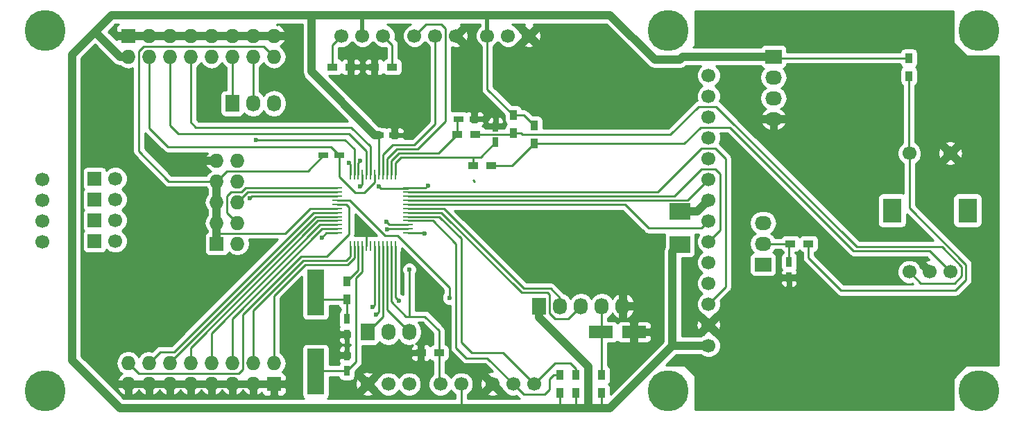
<source format=gbr>
G04 #@! TF.FileFunction,Copper,L1,Top,Signal*
%FSLAX46Y46*%
G04 Gerber Fmt 4.6, Leading zero omitted, Abs format (unit mm)*
G04 Created by KiCad (PCBNEW (2015-06-16 BZR 5762, Git d3b3131)-product) date 2015.07.06. 6:50:41*
%MOMM*%
G01*
G04 APERTURE LIST*
%ADD10C,0.100000*%
%ADD11C,5.001260*%
%ADD12R,0.750000X1.200000*%
%ADD13R,1.200000X0.750000*%
%ADD14R,2.999740X1.501140*%
%ADD15C,1.700000*%
%ADD16R,2.300000X3.000000*%
%ADD17R,1.727200X1.727200*%
%ADD18O,1.727200X1.727200*%
%ADD19R,1.727200X2.032000*%
%ADD20O,1.727200X2.032000*%
%ADD21R,2.032000X1.727200*%
%ADD22O,2.032000X1.727200*%
%ADD23R,1.700000X1.700000*%
%ADD24R,0.900000X1.200000*%
%ADD25R,1.200000X0.900000*%
%ADD26R,2.500000X2.000000*%
%ADD27R,1.300000X0.250000*%
%ADD28R,0.250000X1.300000*%
%ADD29C,5.000000*%
%ADD30R,2.100580X5.600700*%
%ADD31C,0.600000*%
%ADD32C,0.250000*%
%ADD33C,1.000000*%
%ADD34C,0.500000*%
%ADD35C,0.254000*%
G04 APERTURE END LIST*
D10*
D11*
X147000000Y-77000000D03*
D12*
X88011000Y-46670000D03*
X88011000Y-44770000D03*
D13*
X83505000Y-43815000D03*
X85405000Y-43815000D03*
D12*
X69850000Y-70165000D03*
X69850000Y-68265000D03*
X69850000Y-72710000D03*
X69850000Y-74610000D03*
D14*
X104868980Y-69850000D03*
X100871020Y-69850000D03*
D13*
X68895000Y-48260000D03*
X66995000Y-48260000D03*
X73726000Y-45783500D03*
X75626000Y-45783500D03*
D12*
X123825000Y-61280000D03*
X123825000Y-63180000D03*
D15*
X141000000Y-62500000D03*
X138500000Y-62500000D03*
X143500000Y-62500000D03*
X138500000Y-48000000D03*
X143500000Y-48000000D03*
D16*
X136400000Y-55000000D03*
X145600000Y-55000000D03*
D17*
X43180000Y-33655000D03*
D18*
X43180000Y-36195000D03*
X45720000Y-33655000D03*
X45720000Y-36195000D03*
X48260000Y-33655000D03*
X48260000Y-36195000D03*
X50800000Y-33655000D03*
X50800000Y-36195000D03*
X53340000Y-33655000D03*
X53340000Y-36195000D03*
X55880000Y-33655000D03*
X55880000Y-36195000D03*
X58420000Y-33655000D03*
X58420000Y-36195000D03*
X60960000Y-33655000D03*
X60960000Y-36195000D03*
D15*
X71755000Y-33655000D03*
X74295000Y-33655000D03*
X69215000Y-33655000D03*
X90170000Y-76200000D03*
X87630000Y-76200000D03*
X92710000Y-76200000D03*
D19*
X93345000Y-66675000D03*
D20*
X95885000Y-66675000D03*
X98425000Y-66675000D03*
X100965000Y-66675000D03*
X103505000Y-66675000D03*
D15*
X83820000Y-76200000D03*
X81280000Y-76200000D03*
D19*
X55880000Y-41910000D03*
D20*
X58420000Y-41910000D03*
X60960000Y-41910000D03*
D21*
X121920000Y-36195000D03*
D22*
X121920000Y-38735000D03*
X121920000Y-41275000D03*
X121920000Y-43815000D03*
D15*
X80645000Y-33655000D03*
X83185000Y-33655000D03*
X78105000Y-33655000D03*
D17*
X60960000Y-76200000D03*
D18*
X60960000Y-73660000D03*
X58420000Y-76200000D03*
X58420000Y-73660000D03*
X55880000Y-76200000D03*
X55880000Y-73660000D03*
X53340000Y-76200000D03*
X53340000Y-73660000D03*
X50800000Y-76200000D03*
X50800000Y-73660000D03*
X48260000Y-76200000D03*
X48260000Y-73660000D03*
X45720000Y-76200000D03*
X45720000Y-73660000D03*
X43180000Y-76200000D03*
X43180000Y-73660000D03*
D17*
X53975000Y-59055000D03*
D18*
X56515000Y-59055000D03*
X53975000Y-56515000D03*
X56515000Y-56515000D03*
X53975000Y-53975000D03*
X56515000Y-53975000D03*
X53975000Y-51435000D03*
X56515000Y-51435000D03*
X53975000Y-48895000D03*
X56515000Y-48895000D03*
D15*
X74930000Y-76200000D03*
X72390000Y-76200000D03*
X77470000Y-76200000D03*
D19*
X72390000Y-69850000D03*
D20*
X74930000Y-69850000D03*
X77470000Y-69850000D03*
D15*
X89535000Y-33655000D03*
X92075000Y-33655000D03*
X86995000Y-33655000D03*
D23*
X39052500Y-58737500D03*
D15*
X41592500Y-58737500D03*
D23*
X39052500Y-56197500D03*
D15*
X41592500Y-56197500D03*
D23*
X39052500Y-53657500D03*
D15*
X41592500Y-53657500D03*
D23*
X39052500Y-51117500D03*
D15*
X41592500Y-51117500D03*
D21*
X120650000Y-61595000D03*
D22*
X120650000Y-59055000D03*
X120650000Y-56515000D03*
D24*
X97790000Y-77300000D03*
X97790000Y-75100000D03*
D25*
X81110000Y-72390000D03*
X78910000Y-72390000D03*
D24*
X95885000Y-77300000D03*
X95885000Y-75100000D03*
D25*
X75395000Y-37465000D03*
X73195000Y-37465000D03*
X68115000Y-37465000D03*
X70315000Y-37465000D03*
X83355000Y-45720000D03*
X85555000Y-45720000D03*
X85260000Y-49530000D03*
X87460000Y-49530000D03*
D24*
X92710000Y-44620000D03*
X92710000Y-46820000D03*
X90170000Y-43350000D03*
X90170000Y-45550000D03*
D26*
X110490000Y-59150000D03*
X110490000Y-55150000D03*
D24*
X100965000Y-77300000D03*
X100965000Y-75100000D03*
X138430000Y-36365000D03*
X138430000Y-38565000D03*
D25*
X126195000Y-59055000D03*
X123995000Y-59055000D03*
D24*
X69850000Y-65870000D03*
X69850000Y-63670000D03*
D27*
X68650000Y-52250000D03*
X68650000Y-52750000D03*
X68650000Y-53250000D03*
X68650000Y-53750000D03*
X68650000Y-54250000D03*
X68650000Y-54750000D03*
X68650000Y-55250000D03*
X68650000Y-55750000D03*
X68650000Y-56250000D03*
X68650000Y-56750000D03*
X68650000Y-57250000D03*
X68650000Y-57750000D03*
D28*
X70250000Y-59350000D03*
X70750000Y-59350000D03*
X71250000Y-59350000D03*
X71750000Y-59350000D03*
X72250000Y-59350000D03*
X72750000Y-59350000D03*
X73250000Y-59350000D03*
X73750000Y-59350000D03*
X74250000Y-59350000D03*
X74750000Y-59350000D03*
X75250000Y-59350000D03*
X75750000Y-59350000D03*
D27*
X77350000Y-57750000D03*
X77350000Y-57250000D03*
X77350000Y-56750000D03*
X77350000Y-56250000D03*
X77350000Y-55750000D03*
X77350000Y-55250000D03*
X77350000Y-54750000D03*
X77350000Y-54250000D03*
X77350000Y-53750000D03*
X77350000Y-53250000D03*
X77350000Y-52750000D03*
X77350000Y-52250000D03*
D28*
X75750000Y-50650000D03*
X75250000Y-50650000D03*
X74750000Y-50650000D03*
X74250000Y-50650000D03*
X73750000Y-50650000D03*
X73250000Y-50650000D03*
X72750000Y-50650000D03*
X72250000Y-50650000D03*
X71750000Y-50650000D03*
X71250000Y-50650000D03*
X70750000Y-50650000D03*
X70250000Y-50650000D03*
D29*
X33000000Y-77000000D03*
X33000000Y-33000000D03*
X109080000Y-33000000D03*
X109080000Y-77000000D03*
D15*
X114000000Y-71510000D03*
X114000000Y-68970000D03*
X114000000Y-66430000D03*
X114000000Y-63890000D03*
X114000000Y-61350000D03*
X114000000Y-58810000D03*
X114000000Y-56270000D03*
X114000000Y-53730000D03*
X114000000Y-51190000D03*
X114000000Y-48650000D03*
X114000000Y-46110000D03*
X114000000Y-43570000D03*
X114000000Y-41030000D03*
X114000000Y-38490000D03*
X32720000Y-56270000D03*
X32720000Y-58810000D03*
X32720000Y-53730000D03*
X32720000Y-51190000D03*
D30*
X66040000Y-74698860D03*
X66040000Y-65001140D03*
D11*
X147000000Y-33000000D03*
D31*
X77089000Y-45720000D03*
X72263000Y-57785000D03*
X82359500Y-65659000D03*
X76200000Y-66040000D03*
X74739500Y-57340500D03*
X66802000Y-58293000D03*
X70104000Y-49212500D03*
X77470000Y-62230000D03*
X74676000Y-56388000D03*
X79756000Y-51943000D03*
X73787000Y-52070000D03*
X71501000Y-52070000D03*
X79375000Y-57785000D03*
X58801000Y-46355000D03*
X58039000Y-53467000D03*
X71501000Y-48895000D03*
X73025000Y-66802000D03*
X73406000Y-67691000D03*
D32*
X85260000Y-51285000D02*
X85410000Y-51435000D01*
X85260000Y-49530000D02*
X85260000Y-48514000D01*
X85260000Y-48514000D02*
X85344000Y-48514000D01*
X75750000Y-50650000D02*
X75750000Y-49218000D01*
X86167000Y-48514000D02*
X88011000Y-46670000D01*
X76454000Y-48514000D02*
X85344000Y-48514000D01*
X85344000Y-48514000D02*
X86167000Y-48514000D01*
X75750000Y-49218000D02*
X76454000Y-48514000D01*
X72250000Y-59350000D02*
X72250000Y-57798000D01*
X77025500Y-45783500D02*
X75626000Y-45783500D01*
X77089000Y-45720000D02*
X77025500Y-45783500D01*
X72250000Y-57798000D02*
X72263000Y-57785000D01*
X69850000Y-70165000D02*
X69850000Y-72710000D01*
X85260000Y-43965000D02*
X85410000Y-43815000D01*
X83355000Y-45720000D02*
X83355000Y-43965000D01*
X83355000Y-43965000D02*
X83505000Y-43815000D01*
X75250000Y-50650000D02*
X75250000Y-48956000D01*
X81069000Y-48006000D02*
X83355000Y-45720000D01*
X76200000Y-48006000D02*
X81069000Y-48006000D01*
X75250000Y-48956000D02*
X76200000Y-48006000D01*
X69850000Y-65870000D02*
X69850000Y-68265000D01*
X66040000Y-65001140D02*
X66908860Y-65870000D01*
X66908860Y-65870000D02*
X69850000Y-65870000D01*
X71750000Y-59350000D02*
X71750000Y-62489000D01*
X70993000Y-73467000D02*
X69850000Y-74610000D01*
X70993000Y-63246000D02*
X70993000Y-73467000D01*
X71750000Y-62489000D02*
X70993000Y-63246000D01*
X69850000Y-74610000D02*
X66128860Y-74610000D01*
X66128860Y-74610000D02*
X66040000Y-74698860D01*
X68650000Y-53750000D02*
X70196500Y-53750000D01*
X74485500Y-58039000D02*
X76009500Y-58039000D01*
X70196500Y-53750000D02*
X74485500Y-58039000D01*
X82359500Y-64389000D02*
X82359500Y-65659000D01*
X76009500Y-58039000D02*
X82359500Y-64389000D01*
X100871020Y-69850000D02*
X100965000Y-69943980D01*
X100965000Y-69943980D02*
X100965000Y-75100000D01*
X100965000Y-66675000D02*
X100965000Y-69756020D01*
X100965000Y-69756020D02*
X100871020Y-69850000D01*
X100965000Y-75100000D02*
X101041020Y-75100000D01*
X68895000Y-48260000D02*
X67879000Y-47244000D01*
X45720000Y-44958000D02*
X45720000Y-36195000D01*
X48006000Y-47244000D02*
X45720000Y-44958000D01*
X67879000Y-47244000D02*
X48006000Y-47244000D01*
X73250000Y-50650000D02*
X73250000Y-51591000D01*
X68895000Y-50861000D02*
X68895000Y-48260000D01*
X70866000Y-52832000D02*
X68895000Y-50861000D01*
X72009000Y-52832000D02*
X70866000Y-52832000D01*
X73250000Y-51591000D02*
X72009000Y-52832000D01*
X53975000Y-51435000D02*
X55245000Y-50165000D01*
X65090000Y-50165000D02*
X66995000Y-48260000D01*
X55245000Y-50165000D02*
X65090000Y-50165000D01*
X48133000Y-51435000D02*
X44450000Y-47752000D01*
X44450000Y-35560000D02*
X45085000Y-34925000D01*
X44450000Y-47752000D02*
X44450000Y-35560000D01*
X53975000Y-51435000D02*
X48133000Y-51435000D01*
X59690000Y-34925000D02*
X60960000Y-36195000D01*
X45085000Y-34925000D02*
X59690000Y-34925000D01*
D33*
X53975000Y-59055000D02*
X53975000Y-57785000D01*
X53975000Y-56515000D02*
X53975000Y-53975000D01*
X53975000Y-53975000D02*
X53975000Y-51435000D01*
D32*
X68650000Y-54750000D02*
X65392000Y-54750000D01*
X65392000Y-54750000D02*
X62357000Y-57785000D01*
X62357000Y-57785000D02*
X53975000Y-57785000D01*
D33*
X53975000Y-57785000D02*
X53975000Y-56515000D01*
D32*
X138430000Y-36365000D02*
X122090000Y-36365000D01*
X122090000Y-36365000D02*
X121920000Y-36195000D01*
D33*
X86995000Y-31115000D02*
X101981000Y-31115000D01*
X110871000Y-36195000D02*
X121920000Y-36195000D01*
X110490000Y-36576000D02*
X110871000Y-36195000D01*
X107442000Y-36576000D02*
X110490000Y-36576000D01*
X101981000Y-31115000D02*
X107442000Y-36576000D01*
D32*
X90170000Y-43350000D02*
X91440000Y-43350000D01*
X91440000Y-43350000D02*
X92710000Y-44620000D01*
X86995000Y-33655000D02*
X86995000Y-40175000D01*
X86995000Y-40175000D02*
X90170000Y-43350000D01*
X83820000Y-76200000D02*
X83820000Y-79121000D01*
X83820000Y-79121000D02*
X83820000Y-79375000D01*
X83820000Y-79375000D02*
X83820000Y-79121000D01*
D33*
X73726000Y-45783500D02*
X73279000Y-45783500D01*
X73279000Y-45783500D02*
X65532000Y-38036500D01*
X65532000Y-38036500D02*
X65532000Y-31115000D01*
D32*
X73750000Y-50650000D02*
X73750000Y-45807500D01*
X73750000Y-45807500D02*
X73726000Y-45783500D01*
D33*
X43180000Y-36195000D02*
X42164000Y-36195000D01*
X42164000Y-36195000D02*
X39116000Y-33147000D01*
D34*
X71755000Y-33655000D02*
X71755000Y-31115000D01*
X71755000Y-31115000D02*
X71755000Y-31242000D01*
X71755000Y-31242000D02*
X71755000Y-31115000D01*
X86995000Y-33655000D02*
X86995000Y-31115000D01*
D33*
X36322000Y-73279000D02*
X36322000Y-35941000D01*
X36322000Y-35941000D02*
X39116000Y-33147000D01*
X39116000Y-33147000D02*
X41148000Y-31115000D01*
X41148000Y-31115000D02*
X54546500Y-31115000D01*
X54546500Y-31115000D02*
X65532000Y-31115000D01*
X65532000Y-31115000D02*
X71755000Y-31115000D01*
X71755000Y-31115000D02*
X86995000Y-31115000D01*
X36322000Y-73279000D02*
X42164000Y-79121000D01*
X110490000Y-59150000D02*
X109592000Y-60048000D01*
X109592000Y-60048000D02*
X109592000Y-71510000D01*
X100965000Y-79121000D02*
X101981000Y-79121000D01*
X109592000Y-71510000D02*
X114000000Y-71510000D01*
X101981000Y-79121000D02*
X109592000Y-71510000D01*
X93345000Y-66675000D02*
X93345000Y-68072000D01*
X99314000Y-74041000D02*
X99314000Y-74168000D01*
X93345000Y-68072000D02*
X99314000Y-74041000D01*
X99314000Y-74168000D02*
X99314000Y-79121000D01*
D32*
X100965000Y-77300000D02*
X100965000Y-79121000D01*
D33*
X100965000Y-79121000D02*
X99314000Y-79121000D01*
D32*
X97790000Y-77300000D02*
X97790000Y-79121000D01*
X97790000Y-79121000D02*
X97663000Y-79121000D01*
X95885000Y-77300000D02*
X95885000Y-79121000D01*
X95885000Y-79121000D02*
X96012000Y-79121000D01*
D33*
X99314000Y-79121000D02*
X97663000Y-79121000D01*
X97663000Y-79121000D02*
X96012000Y-79121000D01*
X96012000Y-79121000D02*
X83820000Y-79121000D01*
X83820000Y-79121000D02*
X42164000Y-79121000D01*
D32*
X123825000Y-61280000D02*
X123825000Y-59225000D01*
X123825000Y-59225000D02*
X123995000Y-59055000D01*
X120650000Y-59055000D02*
X123995000Y-59055000D01*
X85555000Y-45720000D02*
X90000000Y-45720000D01*
X90000000Y-45720000D02*
X90170000Y-45550000D01*
X90170000Y-45550000D02*
X91143000Y-45550000D01*
X139881000Y-63881000D02*
X138500000Y-62500000D01*
X144018000Y-63881000D02*
X139881000Y-63881000D01*
X144907000Y-62992000D02*
X144018000Y-63881000D01*
X144907000Y-61849000D02*
X144907000Y-62992000D01*
X142494000Y-59436000D02*
X144907000Y-61849000D01*
X132080000Y-59436000D02*
X142494000Y-59436000D01*
X114935000Y-42291000D02*
X132080000Y-59436000D01*
X112776000Y-42291000D02*
X114935000Y-42291000D01*
X109347000Y-45720000D02*
X112776000Y-42291000D01*
X91313000Y-45720000D02*
X109347000Y-45720000D01*
X91143000Y-45550000D02*
X91313000Y-45720000D01*
X90000000Y-45720000D02*
X90170000Y-45550000D01*
X92710000Y-46820000D02*
X111041000Y-46820000D01*
X140944000Y-59944000D02*
X143500000Y-62500000D01*
X131699000Y-59944000D02*
X140944000Y-59944000D01*
X116586000Y-44831000D02*
X131699000Y-59944000D01*
X113030000Y-44831000D02*
X116586000Y-44831000D01*
X111041000Y-46820000D02*
X113030000Y-44831000D01*
X87460000Y-49530000D02*
X90000000Y-49530000D01*
X90000000Y-49530000D02*
X92710000Y-46820000D01*
X138500000Y-48000000D02*
X138500000Y-54680000D01*
X145415000Y-61595000D02*
X145415000Y-63500000D01*
X138500000Y-54680000D02*
X145415000Y-61595000D01*
X138430000Y-38565000D02*
X138430000Y-47930000D01*
X138430000Y-47930000D02*
X138500000Y-48000000D01*
X126195000Y-59055000D02*
X126195000Y-60790000D01*
X126195000Y-60790000D02*
X130175000Y-64770000D01*
X130175000Y-64770000D02*
X144145000Y-64770000D01*
X144145000Y-64770000D02*
X145415000Y-63500000D01*
X48260000Y-36195000D02*
X48260000Y-44577000D01*
X72250000Y-47739000D02*
X72250000Y-50650000D01*
X70104000Y-45593000D02*
X72250000Y-47739000D01*
X49276000Y-45593000D02*
X70104000Y-45593000D01*
X48260000Y-44577000D02*
X49276000Y-45593000D01*
X50800000Y-36195000D02*
X50800000Y-44196000D01*
X72700002Y-47173002D02*
X72700002Y-50650000D01*
X70358000Y-44831000D02*
X72700002Y-47173002D01*
X51435000Y-44831000D02*
X70358000Y-44831000D01*
X50800000Y-44196000D02*
X51435000Y-44831000D01*
X72700002Y-50650000D02*
X72750000Y-50650000D01*
X75750000Y-65590000D02*
X75750000Y-59350000D01*
X76200000Y-66040000D02*
X75750000Y-65590000D01*
X77350000Y-57250000D02*
X74830000Y-57250000D01*
X74830000Y-57250000D02*
X74739500Y-57340500D01*
X55880000Y-36195000D02*
X55880000Y-41910000D01*
X58420000Y-36195000D02*
X58420000Y-41910000D01*
X74295000Y-33655000D02*
X75395000Y-34755000D01*
X75395000Y-34755000D02*
X75395000Y-37465000D01*
X68650000Y-57750000D02*
X67345000Y-57750000D01*
X67345000Y-57750000D02*
X66802000Y-58293000D01*
X69215000Y-33655000D02*
X68115000Y-34755000D01*
X68115000Y-34755000D02*
X68115000Y-37465000D01*
X70250000Y-50650000D02*
X70250000Y-49358500D01*
X70250000Y-49358500D02*
X70104000Y-49212500D01*
X90170000Y-76200000D02*
X91440000Y-77470000D01*
X95080000Y-75100000D02*
X95885000Y-75100000D01*
X94615000Y-75565000D02*
X95080000Y-75100000D01*
X94615000Y-76835000D02*
X94615000Y-75565000D01*
X93980000Y-77470000D02*
X94615000Y-76835000D01*
X91440000Y-77470000D02*
X93980000Y-77470000D01*
X90170000Y-76200000D02*
X86995000Y-73025000D01*
X80380000Y-56250000D02*
X77350000Y-56250000D01*
X83185000Y-59055000D02*
X80380000Y-56250000D01*
X83185000Y-71755000D02*
X83185000Y-59055000D01*
X84455000Y-73025000D02*
X83185000Y-71755000D01*
X86995000Y-73025000D02*
X84455000Y-73025000D01*
X92710000Y-76200000D02*
X95250000Y-73660000D01*
X97790000Y-74295000D02*
X97790000Y-75100000D01*
X97155000Y-73660000D02*
X97790000Y-74295000D01*
X96520000Y-73660000D02*
X97155000Y-73660000D01*
X95250000Y-73660000D02*
X96520000Y-73660000D01*
X92710000Y-76200000D02*
X88900000Y-72390000D01*
X81150000Y-55750000D02*
X77350000Y-55750000D01*
X83820000Y-58420000D02*
X81150000Y-55750000D01*
X83820000Y-71120000D02*
X83820000Y-58420000D01*
X85090000Y-72390000D02*
X83820000Y-71120000D01*
X85725000Y-72390000D02*
X85090000Y-72390000D01*
X88900000Y-72390000D02*
X85725000Y-72390000D01*
X77350000Y-54750000D02*
X81674000Y-54750000D01*
X94742000Y-64516000D02*
X95885000Y-65659000D01*
X91440000Y-64516000D02*
X94742000Y-64516000D01*
X81674000Y-54750000D02*
X91440000Y-64516000D01*
X95885000Y-65659000D02*
X95885000Y-66675000D01*
X98425000Y-66675000D02*
X96901000Y-68199000D01*
X81412000Y-55250000D02*
X77350000Y-55250000D01*
X91186000Y-65024000D02*
X81412000Y-55250000D01*
X94361000Y-65024000D02*
X91186000Y-65024000D01*
X94615000Y-65278000D02*
X94361000Y-65024000D01*
X94615000Y-67564000D02*
X94615000Y-65278000D01*
X95250000Y-68199000D02*
X94615000Y-67564000D01*
X96901000Y-68199000D02*
X95250000Y-68199000D01*
X77470000Y-67945000D02*
X77470000Y-62230000D01*
X81110000Y-72390000D02*
X81110000Y-76030000D01*
X81110000Y-76030000D02*
X81280000Y-76200000D01*
X75250000Y-59350000D02*
X75250000Y-66106000D01*
X81110000Y-69680000D02*
X81110000Y-72390000D01*
X79375000Y-67945000D02*
X81110000Y-69680000D01*
X77089000Y-67945000D02*
X77470000Y-67945000D01*
X77470000Y-67945000D02*
X79375000Y-67945000D01*
X75250000Y-66106000D02*
X77089000Y-67945000D01*
X74988002Y-56700002D02*
X77350000Y-56700002D01*
X74676000Y-56388000D02*
X74988002Y-56700002D01*
X77350000Y-56700002D02*
X77350000Y-56750000D01*
X77350000Y-52250000D02*
X79449000Y-52250000D01*
X79449000Y-52250000D02*
X79756000Y-51943000D01*
X71750000Y-50650000D02*
X71750000Y-51821000D01*
X74016998Y-52299998D02*
X77350000Y-52299998D01*
X73787000Y-52070000D02*
X74016998Y-52299998D01*
X71750000Y-51821000D02*
X71501000Y-52070000D01*
X77350000Y-52299998D02*
X77350000Y-52250000D01*
X77350000Y-57750000D02*
X79340000Y-57750000D01*
X79340000Y-57750000D02*
X79375000Y-57785000D01*
X74250000Y-50650000D02*
X74250000Y-48178000D01*
X80645000Y-44450000D02*
X80645000Y-33655000D01*
X78105000Y-46990000D02*
X80645000Y-44450000D01*
X75438000Y-46990000D02*
X78105000Y-46990000D01*
X74250000Y-48178000D02*
X75438000Y-46990000D01*
X74750000Y-50650000D02*
X74750000Y-48694000D01*
X79502000Y-32258000D02*
X78105000Y-33655000D01*
X81407000Y-32258000D02*
X79502000Y-32258000D01*
X81915000Y-32766000D02*
X81407000Y-32258000D01*
X81915000Y-44069000D02*
X81915000Y-32766000D01*
X78486000Y-47498000D02*
X81915000Y-44069000D01*
X75946000Y-47498000D02*
X78486000Y-47498000D01*
X74750000Y-48694000D02*
X75946000Y-47498000D01*
X68650000Y-54250000D02*
X69744000Y-54250000D01*
X44450000Y-74930000D02*
X43180000Y-73660000D01*
X56642000Y-74930000D02*
X44450000Y-74930000D01*
X57150000Y-74422000D02*
X56642000Y-74930000D01*
X57150000Y-67691000D02*
X57150000Y-74422000D01*
X64262000Y-60579000D02*
X57150000Y-67691000D01*
X67437000Y-60579000D02*
X64262000Y-60579000D01*
X70104000Y-57912000D02*
X67437000Y-60579000D01*
X70104000Y-54610000D02*
X70104000Y-57912000D01*
X69744000Y-54250000D02*
X70104000Y-54610000D01*
X68650000Y-55250000D02*
X65781000Y-55250000D01*
X47117000Y-72263000D02*
X45720000Y-73660000D01*
X48768000Y-72263000D02*
X47117000Y-72263000D01*
X65781000Y-55250000D02*
X48768000Y-72263000D01*
X68650000Y-55750000D02*
X66043000Y-55750000D01*
X66043000Y-55750000D02*
X48260000Y-73533000D01*
X48260000Y-73533000D02*
X48260000Y-73660000D01*
X68650000Y-56250000D02*
X66305000Y-56250000D01*
X50800000Y-71755000D02*
X50800000Y-73660000D01*
X66305000Y-56250000D02*
X50800000Y-71755000D01*
X68650000Y-56750000D02*
X66567000Y-56750000D01*
X53340000Y-69977000D02*
X53340000Y-73660000D01*
X66567000Y-56750000D02*
X53340000Y-69977000D01*
X68650000Y-57250000D02*
X66829000Y-57250000D01*
X55880000Y-68199000D02*
X55880000Y-73660000D01*
X66829000Y-57250000D02*
X55880000Y-68199000D01*
X70250000Y-59350000D02*
X70250000Y-60617998D01*
X58420000Y-67183000D02*
X58420000Y-73660000D01*
X64516000Y-61087000D02*
X58420000Y-67183000D01*
X69780998Y-61087000D02*
X64516000Y-61087000D01*
X70250000Y-60617998D02*
X69780998Y-61087000D01*
X70750000Y-59350000D02*
X70750000Y-60822000D01*
X60960000Y-65405000D02*
X60960000Y-73660000D01*
X64770000Y-61595000D02*
X60960000Y-65405000D01*
X69977000Y-61595000D02*
X64770000Y-61595000D01*
X70750000Y-60822000D02*
X69977000Y-61595000D01*
X58801000Y-46355000D02*
X69596000Y-46355000D01*
X70750000Y-50650000D02*
X70750000Y-47509000D01*
X70750000Y-47509000D02*
X69596000Y-46355000D01*
X68650000Y-52250000D02*
X57478000Y-52250000D01*
X57478000Y-52250000D02*
X57023000Y-52705000D01*
X55753000Y-52705000D02*
X55245000Y-53213000D01*
X57023000Y-52705000D02*
X55753000Y-52705000D01*
X55245000Y-55245000D02*
X56515000Y-56515000D01*
X55245000Y-53213000D02*
X55245000Y-55245000D01*
X68650000Y-52750000D02*
X57740000Y-52750000D01*
X57740000Y-52750000D02*
X56515000Y-53975000D01*
X68650000Y-53250000D02*
X58256000Y-53250000D01*
X58256000Y-53250000D02*
X58039000Y-53467000D01*
X74250000Y-59350000D02*
X74250000Y-67990000D01*
X74250000Y-67990000D02*
X72390000Y-69850000D01*
X74750000Y-59350000D02*
X74750000Y-67130000D01*
X74750000Y-67130000D02*
X77470000Y-69850000D01*
X71250000Y-50650000D02*
X71250000Y-49146000D01*
X71250000Y-49146000D02*
X71501000Y-48895000D01*
X39052500Y-58737500D02*
X38980000Y-58810000D01*
X39052500Y-56197500D02*
X38980000Y-56270000D01*
X39052500Y-53657500D02*
X38980000Y-53730000D01*
X39052500Y-51117500D02*
X38980000Y-51190000D01*
D33*
X114000000Y-53730000D02*
X112580000Y-55150000D01*
X112580000Y-55150000D02*
X110490000Y-55150000D01*
D32*
X71250000Y-59350000D02*
X71250000Y-62270000D01*
X71250000Y-62270000D02*
X69850000Y-63670000D01*
X73250000Y-66577000D02*
X73250000Y-59350000D01*
X73025000Y-66802000D02*
X73250000Y-66577000D01*
X73750000Y-59350000D02*
X73750000Y-67347000D01*
X73750000Y-67347000D02*
X73406000Y-67691000D01*
X77350000Y-54250000D02*
X103780000Y-54250000D01*
X113120000Y-57150000D02*
X114000000Y-56270000D01*
X106680000Y-57150000D02*
X113120000Y-57150000D01*
X103780000Y-54250000D02*
X106680000Y-57150000D01*
X77350000Y-53750000D02*
X111440000Y-53750000D01*
X111440000Y-53750000D02*
X114000000Y-51190000D01*
X77350000Y-53250000D02*
X109818000Y-53250000D01*
X115443000Y-57367000D02*
X114000000Y-58810000D01*
X115443000Y-50546000D02*
X115443000Y-57367000D01*
X114808000Y-49911000D02*
X115443000Y-50546000D01*
X113157000Y-49911000D02*
X114808000Y-49911000D01*
X109818000Y-53250000D02*
X113157000Y-49911000D01*
X77350000Y-52750000D02*
X107778000Y-52750000D01*
X116078000Y-64352000D02*
X114000000Y-66430000D01*
X116078000Y-48641000D02*
X116078000Y-64352000D01*
X114808000Y-47371000D02*
X116078000Y-48641000D01*
X113157000Y-47371000D02*
X114808000Y-47371000D01*
X107778000Y-52750000D02*
X113157000Y-47371000D01*
D35*
G36*
X143873000Y-32374940D02*
X143873000Y-32374940D01*
X143872914Y-32375147D01*
X143871828Y-33619395D01*
X143873000Y-33622231D01*
X143873000Y-34499994D01*
X143872999Y-34500000D01*
X143882667Y-34548601D01*
X143910197Y-34589803D01*
X145410194Y-36089799D01*
X145410197Y-36089803D01*
X145451399Y-36117333D01*
X145500000Y-36127000D01*
X146374940Y-36127000D01*
X146375147Y-36127086D01*
X147619395Y-36128172D01*
X147622231Y-36127000D01*
X149323000Y-36127000D01*
X149323000Y-73873000D01*
X147625060Y-73873000D01*
X147624853Y-73872914D01*
X146380605Y-73871828D01*
X146377769Y-73873000D01*
X145500000Y-73873000D01*
X145451399Y-73882667D01*
X145410197Y-73910197D01*
X143910197Y-75410197D01*
X143882667Y-75451399D01*
X143872999Y-75500000D01*
X143873000Y-75500005D01*
X143873000Y-76374940D01*
X143872914Y-76375147D01*
X143871828Y-77619395D01*
X143873000Y-77622231D01*
X143873000Y-79323000D01*
X112377000Y-79323000D01*
X112377000Y-75250000D01*
X112377001Y-75250000D01*
X112367333Y-75201399D01*
X112339803Y-75160197D01*
X111089803Y-73910197D01*
X111048601Y-73882667D01*
X111000000Y-73872999D01*
X110999994Y-73873000D01*
X109081584Y-73873000D01*
X108823044Y-73872774D01*
X110058819Y-72637000D01*
X113038062Y-72637000D01*
X113162254Y-72761409D01*
X113704918Y-72986743D01*
X114292505Y-72987256D01*
X114835560Y-72762870D01*
X115251409Y-72347746D01*
X115476743Y-71805082D01*
X115477256Y-71217495D01*
X115252870Y-70674440D01*
X114837746Y-70258591D01*
X114646994Y-70179384D01*
X114657614Y-70155115D01*
X114000000Y-69497502D01*
X113342386Y-70155115D01*
X113352944Y-70179242D01*
X113164440Y-70257130D01*
X113038350Y-70383000D01*
X110719000Y-70383000D01*
X110719000Y-68312386D01*
X112814885Y-68312386D01*
X112593582Y-68409230D01*
X112486041Y-68990129D01*
X112593582Y-69530770D01*
X112814885Y-69627614D01*
X113472498Y-68970000D01*
X112814885Y-68312386D01*
X110719000Y-68312386D01*
X110719000Y-60789284D01*
X111740000Y-60789284D01*
X111979073Y-60742898D01*
X112189196Y-60604870D01*
X112329851Y-60396495D01*
X112379284Y-60150000D01*
X112379284Y-58150000D01*
X112332898Y-57910927D01*
X112327034Y-57902000D01*
X112818968Y-57902000D01*
X112748591Y-57972254D01*
X112523257Y-58514918D01*
X112522744Y-59102505D01*
X112747130Y-59645560D01*
X113162254Y-60061409D01*
X113206463Y-60079766D01*
X113164440Y-60097130D01*
X112748591Y-60512254D01*
X112523257Y-61054918D01*
X112522744Y-61642505D01*
X112747130Y-62185560D01*
X113162254Y-62601409D01*
X113206463Y-62619766D01*
X113164440Y-62637130D01*
X112748591Y-63052254D01*
X112523257Y-63594918D01*
X112522744Y-64182505D01*
X112747130Y-64725560D01*
X113162254Y-65141409D01*
X113206463Y-65159766D01*
X113164440Y-65177130D01*
X112748591Y-65592254D01*
X112523257Y-66134918D01*
X112522744Y-66722505D01*
X112747130Y-67265560D01*
X113162254Y-67681409D01*
X113353006Y-67760616D01*
X113342386Y-67784885D01*
X114000000Y-68442498D01*
X114130112Y-68312386D01*
X115185115Y-68312386D01*
X114527502Y-68970000D01*
X115185115Y-69627614D01*
X115406418Y-69530770D01*
X115513959Y-68949871D01*
X115406418Y-68409230D01*
X115185115Y-68312386D01*
X114130112Y-68312386D01*
X114657614Y-67784885D01*
X114647056Y-67760758D01*
X114835560Y-67682870D01*
X115251409Y-67267746D01*
X115476743Y-66725082D01*
X115477256Y-66137495D01*
X115441801Y-66051687D01*
X116609744Y-64883744D01*
X116655590Y-64815130D01*
X116772757Y-64639778D01*
X116830000Y-64352000D01*
X116830000Y-63480000D01*
X122973750Y-63480000D01*
X122815000Y-63638750D01*
X122815000Y-63906309D01*
X122911673Y-64139698D01*
X123090301Y-64318327D01*
X123323690Y-64415000D01*
X123478750Y-64415000D01*
X123637500Y-64256250D01*
X123637500Y-63480000D01*
X124012500Y-63480000D01*
X124012500Y-64256250D01*
X124171250Y-64415000D01*
X124326310Y-64415000D01*
X124559699Y-64318327D01*
X124738327Y-64139698D01*
X124835000Y-63906309D01*
X124835000Y-63638750D01*
X124676250Y-63480000D01*
X124012500Y-63480000D01*
X123637500Y-63480000D01*
X123637500Y-63480000D01*
X122973750Y-63480000D01*
X116830000Y-63480000D01*
X116830000Y-48641000D01*
X116772757Y-48353222D01*
X116609744Y-48109256D01*
X115339744Y-46839256D01*
X115305859Y-46816615D01*
X115476743Y-46405082D01*
X115477256Y-45817495D01*
X115380365Y-45583000D01*
X116274512Y-45583000D01*
X131167256Y-60475745D01*
X131286254Y-60555256D01*
X131411222Y-60638757D01*
X131699000Y-60696000D01*
X140632512Y-60696000D01*
X140932063Y-60995551D01*
X140439230Y-61093582D01*
X140342386Y-61314885D01*
X141000000Y-61972498D01*
X141014142Y-61958356D01*
X141541644Y-62485858D01*
X141527502Y-62500000D01*
X141541644Y-62514142D01*
X141014142Y-63041644D01*
X141000000Y-63027502D01*
X140985858Y-63041644D01*
X140458356Y-62514142D01*
X140472498Y-62500000D01*
X139834501Y-61862002D01*
X139752870Y-61664440D01*
X139337746Y-61248591D01*
X138795082Y-61023257D01*
X138207495Y-61022744D01*
X137664440Y-61247130D01*
X137248591Y-61662254D01*
X137023257Y-62204918D01*
X137022744Y-62792505D01*
X137247130Y-63335560D01*
X137662254Y-63751409D01*
X138204918Y-63976743D01*
X138792505Y-63977256D01*
X138878313Y-63941801D01*
X138954512Y-64018000D01*
X130486488Y-64018000D01*
X126947000Y-60478512D01*
X126947000Y-60114792D01*
X127034073Y-60097898D01*
X127244196Y-59959870D01*
X127384851Y-59751495D01*
X127434284Y-59505000D01*
X127434284Y-58605000D01*
X127387898Y-58365927D01*
X127249870Y-58155804D01*
X127041495Y-58015149D01*
X126795000Y-57965716D01*
X125595000Y-57965716D01*
X125355927Y-58012102D01*
X125145804Y-58150130D01*
X125095296Y-58224956D01*
X125049870Y-58155804D01*
X124841495Y-58015149D01*
X124595000Y-57965716D01*
X123395000Y-57965716D01*
X123155927Y-58012102D01*
X122945804Y-58150130D01*
X122842615Y-58303000D01*
X122090400Y-58303000D01*
X121888601Y-58000987D01*
X121565354Y-57785000D01*
X121888601Y-57569013D01*
X122211723Y-57085428D01*
X122325188Y-56515000D01*
X122211723Y-55944572D01*
X121888601Y-55460987D01*
X121405016Y-55137865D01*
X120834588Y-55024400D01*
X120465412Y-55024400D01*
X119894984Y-55137865D01*
X119411399Y-55460987D01*
X119088277Y-55944572D01*
X118974812Y-56515000D01*
X119088277Y-57085428D01*
X119411399Y-57569013D01*
X119734646Y-57785000D01*
X119411399Y-58000987D01*
X119088277Y-58484572D01*
X118974812Y-59055000D01*
X119088277Y-59625428D01*
X119411399Y-60109013D01*
X119441894Y-60129389D01*
X119394927Y-60138502D01*
X119184804Y-60276530D01*
X119044149Y-60484905D01*
X118994716Y-60731400D01*
X118994716Y-62458600D01*
X119041102Y-62697673D01*
X119179130Y-62907796D01*
X119387505Y-63048451D01*
X119634000Y-63097884D01*
X121666000Y-63097884D01*
X121905073Y-63051498D01*
X122115196Y-62913470D01*
X122255851Y-62705095D01*
X122305284Y-62458600D01*
X122305284Y-60731400D01*
X122258898Y-60492327D01*
X122120870Y-60282204D01*
X121912495Y-60141549D01*
X121856664Y-60130353D01*
X121888601Y-60109013D01*
X122090400Y-59807000D01*
X122843438Y-59807000D01*
X122940130Y-59954196D01*
X123073000Y-60043884D01*
X123073000Y-60177705D01*
X123000804Y-60225130D01*
X122860149Y-60433505D01*
X122810716Y-60680000D01*
X122810716Y-61880000D01*
X122857102Y-62119073D01*
X122918870Y-62213104D01*
X122911673Y-62220302D01*
X122815000Y-62453691D01*
X122815000Y-62721250D01*
X122973750Y-62880000D01*
X123637500Y-62880000D01*
X123637500Y-62787000D01*
X124012500Y-62787000D01*
X124012500Y-62880000D01*
X124676250Y-62880000D01*
X124835000Y-62721250D01*
X124835000Y-62453691D01*
X124738327Y-62220302D01*
X124731284Y-62213259D01*
X124789851Y-62126495D01*
X124839284Y-61880000D01*
X124839284Y-60680000D01*
X124792898Y-60440927D01*
X124654870Y-60230804D01*
X124577000Y-60178241D01*
X124577000Y-60144284D01*
X124595000Y-60144284D01*
X124834073Y-60097898D01*
X125044196Y-59959870D01*
X125094704Y-59885044D01*
X125140130Y-59954196D01*
X125348505Y-60094851D01*
X125443000Y-60113801D01*
X125443000Y-60790000D01*
X125500243Y-61077778D01*
X125663256Y-61321744D01*
X129643256Y-65301744D01*
X129887222Y-65464757D01*
X130175000Y-65522000D01*
X144145000Y-65522000D01*
X144432778Y-65464757D01*
X144676744Y-65301744D01*
X145946744Y-64031744D01*
X146109757Y-63787778D01*
X146130178Y-63685115D01*
X146167000Y-63500000D01*
X146167000Y-61595000D01*
X146109757Y-61307222D01*
X145946744Y-61063256D01*
X139252000Y-54368512D01*
X139252000Y-52860716D01*
X144450000Y-52860716D01*
X144210927Y-52907102D01*
X144000804Y-53045130D01*
X143860149Y-53253505D01*
X143810716Y-53500000D01*
X143810716Y-56500000D01*
X143857102Y-56739073D01*
X143995130Y-56949196D01*
X144203505Y-57089851D01*
X144450000Y-57139284D01*
X146750000Y-57139284D01*
X146989073Y-57092898D01*
X147199196Y-56954870D01*
X147339851Y-56746495D01*
X147389284Y-56500000D01*
X147389284Y-53500000D01*
X147342898Y-53260927D01*
X147204870Y-53050804D01*
X146996495Y-52910149D01*
X146750000Y-52860716D01*
X144450000Y-52860716D01*
X139252000Y-52860716D01*
X139252000Y-49287396D01*
X139335560Y-49252870D01*
X139751409Y-48837746D01*
X139976743Y-48295082D01*
X139977256Y-47707495D01*
X139826396Y-47342386D01*
X142314885Y-47342386D01*
X142093582Y-47439230D01*
X141986041Y-48020129D01*
X142093582Y-48560770D01*
X142314885Y-48657614D01*
X142444996Y-48527502D01*
X143500000Y-48527502D01*
X142842386Y-49185115D01*
X142939230Y-49406418D01*
X143520129Y-49513959D01*
X144060770Y-49406418D01*
X144157614Y-49185115D01*
X143500000Y-48527502D01*
X142444996Y-48527502D01*
X142972498Y-48000000D01*
X142314885Y-47342386D01*
X139826396Y-47342386D01*
X139752870Y-47164440D01*
X139337746Y-46748591D01*
X139182000Y-46683920D01*
X139182000Y-46486041D01*
X143479871Y-46486041D01*
X142939230Y-46593582D01*
X142842386Y-46814885D01*
X143500000Y-47472498D01*
X143630112Y-47342386D01*
X144685115Y-47342386D01*
X144027502Y-48000000D01*
X144685115Y-48657614D01*
X144906418Y-48560770D01*
X145013959Y-47979871D01*
X144906418Y-47439230D01*
X144685115Y-47342386D01*
X143630112Y-47342386D01*
X144157614Y-46814885D01*
X144060770Y-46593582D01*
X143479871Y-46486041D01*
X139182000Y-46486041D01*
X139182000Y-39716562D01*
X139329196Y-39619870D01*
X139469851Y-39411495D01*
X139519284Y-39165000D01*
X139519284Y-37965000D01*
X139472898Y-37725927D01*
X139334870Y-37515804D01*
X139260044Y-37465296D01*
X139329196Y-37419870D01*
X139469851Y-37211495D01*
X139519284Y-36965000D01*
X139519284Y-35765000D01*
X139472898Y-35525927D01*
X139334870Y-35315804D01*
X139126495Y-35175149D01*
X138880000Y-35125716D01*
X137980000Y-35125716D01*
X137740927Y-35172102D01*
X137530804Y-35310130D01*
X137390149Y-35518505D01*
X137371199Y-35613000D01*
X123575284Y-35613000D01*
X123575284Y-35331400D01*
X123528898Y-35092327D01*
X123390870Y-34882204D01*
X123182495Y-34741549D01*
X122936000Y-34692116D01*
X120904000Y-34692116D01*
X120664927Y-34738502D01*
X120454804Y-34876530D01*
X120325560Y-35068000D01*
X112111606Y-35068000D01*
X112339803Y-34839803D01*
X112367333Y-34798601D01*
X112377000Y-34750000D01*
X112377001Y-34750000D01*
X112377000Y-34749994D01*
X112377000Y-30677000D01*
X143873000Y-30677000D01*
X143873000Y-32374940D01*
X143873000Y-32374940D01*
G37*
X143873000Y-32374940D02*
X143873000Y-32374940D01*
X143872914Y-32375147D01*
X143871828Y-33619395D01*
X143873000Y-33622231D01*
X143873000Y-34499994D01*
X143872999Y-34500000D01*
X143882667Y-34548601D01*
X143910197Y-34589803D01*
X145410194Y-36089799D01*
X145410197Y-36089803D01*
X145451399Y-36117333D01*
X145500000Y-36127000D01*
X146374940Y-36127000D01*
X146375147Y-36127086D01*
X147619395Y-36128172D01*
X147622231Y-36127000D01*
X149323000Y-36127000D01*
X149323000Y-73873000D01*
X147625060Y-73873000D01*
X147624853Y-73872914D01*
X146380605Y-73871828D01*
X146377769Y-73873000D01*
X145500000Y-73873000D01*
X145451399Y-73882667D01*
X145410197Y-73910197D01*
X143910197Y-75410197D01*
X143882667Y-75451399D01*
X143872999Y-75500000D01*
X143873000Y-75500005D01*
X143873000Y-76374940D01*
X143872914Y-76375147D01*
X143871828Y-77619395D01*
X143873000Y-77622231D01*
X143873000Y-79323000D01*
X112377000Y-79323000D01*
X112377000Y-75250000D01*
X112377001Y-75250000D01*
X112367333Y-75201399D01*
X112339803Y-75160197D01*
X111089803Y-73910197D01*
X111048601Y-73882667D01*
X111000000Y-73872999D01*
X110999994Y-73873000D01*
X109081584Y-73873000D01*
X108823044Y-73872774D01*
X110058819Y-72637000D01*
X113038062Y-72637000D01*
X113162254Y-72761409D01*
X113704918Y-72986743D01*
X114292505Y-72987256D01*
X114835560Y-72762870D01*
X115251409Y-72347746D01*
X115476743Y-71805082D01*
X115477256Y-71217495D01*
X115252870Y-70674440D01*
X114837746Y-70258591D01*
X114646994Y-70179384D01*
X114657614Y-70155115D01*
X114000000Y-69497502D01*
X113342386Y-70155115D01*
X113352944Y-70179242D01*
X113164440Y-70257130D01*
X113038350Y-70383000D01*
X110719000Y-70383000D01*
X110719000Y-68312386D01*
X112814885Y-68312386D01*
X112593582Y-68409230D01*
X112486041Y-68990129D01*
X112593582Y-69530770D01*
X112814885Y-69627614D01*
X113472498Y-68970000D01*
X112814885Y-68312386D01*
X110719000Y-68312386D01*
X110719000Y-60789284D01*
X111740000Y-60789284D01*
X111979073Y-60742898D01*
X112189196Y-60604870D01*
X112329851Y-60396495D01*
X112379284Y-60150000D01*
X112379284Y-58150000D01*
X112332898Y-57910927D01*
X112327034Y-57902000D01*
X112818968Y-57902000D01*
X112748591Y-57972254D01*
X112523257Y-58514918D01*
X112522744Y-59102505D01*
X112747130Y-59645560D01*
X113162254Y-60061409D01*
X113206463Y-60079766D01*
X113164440Y-60097130D01*
X112748591Y-60512254D01*
X112523257Y-61054918D01*
X112522744Y-61642505D01*
X112747130Y-62185560D01*
X113162254Y-62601409D01*
X113206463Y-62619766D01*
X113164440Y-62637130D01*
X112748591Y-63052254D01*
X112523257Y-63594918D01*
X112522744Y-64182505D01*
X112747130Y-64725560D01*
X113162254Y-65141409D01*
X113206463Y-65159766D01*
X113164440Y-65177130D01*
X112748591Y-65592254D01*
X112523257Y-66134918D01*
X112522744Y-66722505D01*
X112747130Y-67265560D01*
X113162254Y-67681409D01*
X113353006Y-67760616D01*
X113342386Y-67784885D01*
X114000000Y-68442498D01*
X114130112Y-68312386D01*
X115185115Y-68312386D01*
X114527502Y-68970000D01*
X115185115Y-69627614D01*
X115406418Y-69530770D01*
X115513959Y-68949871D01*
X115406418Y-68409230D01*
X115185115Y-68312386D01*
X114130112Y-68312386D01*
X114657614Y-67784885D01*
X114647056Y-67760758D01*
X114835560Y-67682870D01*
X115251409Y-67267746D01*
X115476743Y-66725082D01*
X115477256Y-66137495D01*
X115441801Y-66051687D01*
X116609744Y-64883744D01*
X116655590Y-64815130D01*
X116772757Y-64639778D01*
X116830000Y-64352000D01*
X116830000Y-63480000D01*
X122973750Y-63480000D01*
X122815000Y-63638750D01*
X122815000Y-63906309D01*
X122911673Y-64139698D01*
X123090301Y-64318327D01*
X123323690Y-64415000D01*
X123478750Y-64415000D01*
X123637500Y-64256250D01*
X123637500Y-63480000D01*
X124012500Y-63480000D01*
X124012500Y-64256250D01*
X124171250Y-64415000D01*
X124326310Y-64415000D01*
X124559699Y-64318327D01*
X124738327Y-64139698D01*
X124835000Y-63906309D01*
X124835000Y-63638750D01*
X124676250Y-63480000D01*
X124012500Y-63480000D01*
X123637500Y-63480000D01*
X123637500Y-63480000D01*
X122973750Y-63480000D01*
X116830000Y-63480000D01*
X116830000Y-48641000D01*
X116772757Y-48353222D01*
X116609744Y-48109256D01*
X115339744Y-46839256D01*
X115305859Y-46816615D01*
X115476743Y-46405082D01*
X115477256Y-45817495D01*
X115380365Y-45583000D01*
X116274512Y-45583000D01*
X131167256Y-60475745D01*
X131286254Y-60555256D01*
X131411222Y-60638757D01*
X131699000Y-60696000D01*
X140632512Y-60696000D01*
X140932063Y-60995551D01*
X140439230Y-61093582D01*
X140342386Y-61314885D01*
X141000000Y-61972498D01*
X141014142Y-61958356D01*
X141541644Y-62485858D01*
X141527502Y-62500000D01*
X141541644Y-62514142D01*
X141014142Y-63041644D01*
X141000000Y-63027502D01*
X140985858Y-63041644D01*
X140458356Y-62514142D01*
X140472498Y-62500000D01*
X139834501Y-61862002D01*
X139752870Y-61664440D01*
X139337746Y-61248591D01*
X138795082Y-61023257D01*
X138207495Y-61022744D01*
X137664440Y-61247130D01*
X137248591Y-61662254D01*
X137023257Y-62204918D01*
X137022744Y-62792505D01*
X137247130Y-63335560D01*
X137662254Y-63751409D01*
X138204918Y-63976743D01*
X138792505Y-63977256D01*
X138878313Y-63941801D01*
X138954512Y-64018000D01*
X130486488Y-64018000D01*
X126947000Y-60478512D01*
X126947000Y-60114792D01*
X127034073Y-60097898D01*
X127244196Y-59959870D01*
X127384851Y-59751495D01*
X127434284Y-59505000D01*
X127434284Y-58605000D01*
X127387898Y-58365927D01*
X127249870Y-58155804D01*
X127041495Y-58015149D01*
X126795000Y-57965716D01*
X125595000Y-57965716D01*
X125355927Y-58012102D01*
X125145804Y-58150130D01*
X125095296Y-58224956D01*
X125049870Y-58155804D01*
X124841495Y-58015149D01*
X124595000Y-57965716D01*
X123395000Y-57965716D01*
X123155927Y-58012102D01*
X122945804Y-58150130D01*
X122842615Y-58303000D01*
X122090400Y-58303000D01*
X121888601Y-58000987D01*
X121565354Y-57785000D01*
X121888601Y-57569013D01*
X122211723Y-57085428D01*
X122325188Y-56515000D01*
X122211723Y-55944572D01*
X121888601Y-55460987D01*
X121405016Y-55137865D01*
X120834588Y-55024400D01*
X120465412Y-55024400D01*
X119894984Y-55137865D01*
X119411399Y-55460987D01*
X119088277Y-55944572D01*
X118974812Y-56515000D01*
X119088277Y-57085428D01*
X119411399Y-57569013D01*
X119734646Y-57785000D01*
X119411399Y-58000987D01*
X119088277Y-58484572D01*
X118974812Y-59055000D01*
X119088277Y-59625428D01*
X119411399Y-60109013D01*
X119441894Y-60129389D01*
X119394927Y-60138502D01*
X119184804Y-60276530D01*
X119044149Y-60484905D01*
X118994716Y-60731400D01*
X118994716Y-62458600D01*
X119041102Y-62697673D01*
X119179130Y-62907796D01*
X119387505Y-63048451D01*
X119634000Y-63097884D01*
X121666000Y-63097884D01*
X121905073Y-63051498D01*
X122115196Y-62913470D01*
X122255851Y-62705095D01*
X122305284Y-62458600D01*
X122305284Y-60731400D01*
X122258898Y-60492327D01*
X122120870Y-60282204D01*
X121912495Y-60141549D01*
X121856664Y-60130353D01*
X121888601Y-60109013D01*
X122090400Y-59807000D01*
X122843438Y-59807000D01*
X122940130Y-59954196D01*
X123073000Y-60043884D01*
X123073000Y-60177705D01*
X123000804Y-60225130D01*
X122860149Y-60433505D01*
X122810716Y-60680000D01*
X122810716Y-61880000D01*
X122857102Y-62119073D01*
X122918870Y-62213104D01*
X122911673Y-62220302D01*
X122815000Y-62453691D01*
X122815000Y-62721250D01*
X122973750Y-62880000D01*
X123637500Y-62880000D01*
X123637500Y-62787000D01*
X124012500Y-62787000D01*
X124012500Y-62880000D01*
X124676250Y-62880000D01*
X124835000Y-62721250D01*
X124835000Y-62453691D01*
X124738327Y-62220302D01*
X124731284Y-62213259D01*
X124789851Y-62126495D01*
X124839284Y-61880000D01*
X124839284Y-60680000D01*
X124792898Y-60440927D01*
X124654870Y-60230804D01*
X124577000Y-60178241D01*
X124577000Y-60144284D01*
X124595000Y-60144284D01*
X124834073Y-60097898D01*
X125044196Y-59959870D01*
X125094704Y-59885044D01*
X125140130Y-59954196D01*
X125348505Y-60094851D01*
X125443000Y-60113801D01*
X125443000Y-60790000D01*
X125500243Y-61077778D01*
X125663256Y-61321744D01*
X129643256Y-65301744D01*
X129887222Y-65464757D01*
X130175000Y-65522000D01*
X144145000Y-65522000D01*
X144432778Y-65464757D01*
X144676744Y-65301744D01*
X145946744Y-64031744D01*
X146109757Y-63787778D01*
X146130178Y-63685115D01*
X146167000Y-63500000D01*
X146167000Y-61595000D01*
X146109757Y-61307222D01*
X145946744Y-61063256D01*
X139252000Y-54368512D01*
X139252000Y-52860716D01*
X144450000Y-52860716D01*
X144210927Y-52907102D01*
X144000804Y-53045130D01*
X143860149Y-53253505D01*
X143810716Y-53500000D01*
X143810716Y-56500000D01*
X143857102Y-56739073D01*
X143995130Y-56949196D01*
X144203505Y-57089851D01*
X144450000Y-57139284D01*
X146750000Y-57139284D01*
X146989073Y-57092898D01*
X147199196Y-56954870D01*
X147339851Y-56746495D01*
X147389284Y-56500000D01*
X147389284Y-53500000D01*
X147342898Y-53260927D01*
X147204870Y-53050804D01*
X146996495Y-52910149D01*
X146750000Y-52860716D01*
X144450000Y-52860716D01*
X139252000Y-52860716D01*
X139252000Y-49287396D01*
X139335560Y-49252870D01*
X139751409Y-48837746D01*
X139976743Y-48295082D01*
X139977256Y-47707495D01*
X139826396Y-47342386D01*
X142314885Y-47342386D01*
X142093582Y-47439230D01*
X141986041Y-48020129D01*
X142093582Y-48560770D01*
X142314885Y-48657614D01*
X142444996Y-48527502D01*
X143500000Y-48527502D01*
X142842386Y-49185115D01*
X142939230Y-49406418D01*
X143520129Y-49513959D01*
X144060770Y-49406418D01*
X144157614Y-49185115D01*
X143500000Y-48527502D01*
X142444996Y-48527502D01*
X142972498Y-48000000D01*
X142314885Y-47342386D01*
X139826396Y-47342386D01*
X139752870Y-47164440D01*
X139337746Y-46748591D01*
X139182000Y-46683920D01*
X139182000Y-46486041D01*
X143479871Y-46486041D01*
X142939230Y-46593582D01*
X142842386Y-46814885D01*
X143500000Y-47472498D01*
X143630112Y-47342386D01*
X144685115Y-47342386D01*
X144027502Y-48000000D01*
X144685115Y-48657614D01*
X144906418Y-48560770D01*
X145013959Y-47979871D01*
X144906418Y-47439230D01*
X144685115Y-47342386D01*
X143630112Y-47342386D01*
X144157614Y-46814885D01*
X144060770Y-46593582D01*
X143479871Y-46486041D01*
X139182000Y-46486041D01*
X139182000Y-39716562D01*
X139329196Y-39619870D01*
X139469851Y-39411495D01*
X139519284Y-39165000D01*
X139519284Y-37965000D01*
X139472898Y-37725927D01*
X139334870Y-37515804D01*
X139260044Y-37465296D01*
X139329196Y-37419870D01*
X139469851Y-37211495D01*
X139519284Y-36965000D01*
X139519284Y-35765000D01*
X139472898Y-35525927D01*
X139334870Y-35315804D01*
X139126495Y-35175149D01*
X138880000Y-35125716D01*
X137980000Y-35125716D01*
X137740927Y-35172102D01*
X137530804Y-35310130D01*
X137390149Y-35518505D01*
X137371199Y-35613000D01*
X123575284Y-35613000D01*
X123575284Y-35331400D01*
X123528898Y-35092327D01*
X123390870Y-34882204D01*
X123182495Y-34741549D01*
X122936000Y-34692116D01*
X120904000Y-34692116D01*
X120664927Y-34738502D01*
X120454804Y-34876530D01*
X120325560Y-35068000D01*
X112111606Y-35068000D01*
X112339803Y-34839803D01*
X112367333Y-34798601D01*
X112377000Y-34750000D01*
X112377001Y-34750000D01*
X112377000Y-34749994D01*
X112377000Y-30677000D01*
X143873000Y-30677000D01*
X143873000Y-32374940D01*
G36*
X41367091Y-36991909D02*
X41367091Y-36991909D01*
X41732716Y-37236212D01*
X42164000Y-37322000D01*
X42191514Y-37322000D01*
X42609572Y-37601338D01*
X43180000Y-37714803D01*
X43698000Y-37611767D01*
X43698000Y-47752000D01*
X43755243Y-48039778D01*
X43918256Y-48283744D01*
X47601256Y-51966745D01*
X47699071Y-52032102D01*
X47845222Y-52129757D01*
X48133000Y-52187000D01*
X52689985Y-52187000D01*
X52848000Y-52423486D01*
X52848000Y-52986514D01*
X52568662Y-53404572D01*
X52455197Y-53975000D01*
X52568662Y-54545428D01*
X52848000Y-54963486D01*
X52848000Y-55526514D01*
X52568662Y-55944572D01*
X52455197Y-56515000D01*
X52568662Y-57085428D01*
X52848000Y-57503486D01*
X52848000Y-57614482D01*
X52662204Y-57736530D01*
X52521549Y-57944905D01*
X52472116Y-58191400D01*
X52472116Y-59918600D01*
X52518502Y-60157673D01*
X52656530Y-60367796D01*
X52864905Y-60508451D01*
X53111400Y-60557884D01*
X54838600Y-60557884D01*
X55077673Y-60511498D01*
X55287796Y-60373470D01*
X55428451Y-60165095D01*
X55438763Y-60113676D01*
X55915369Y-60432135D01*
X56485797Y-60545600D01*
X56544203Y-60545600D01*
X57114631Y-60432135D01*
X57598216Y-60109013D01*
X57921338Y-59625428D01*
X58034803Y-59055000D01*
X57931767Y-58537000D01*
X61430511Y-58537000D01*
X48456512Y-71511000D01*
X47117000Y-71511000D01*
X46829222Y-71568243D01*
X46585255Y-71731256D01*
X46100607Y-72215904D01*
X45720000Y-72140197D01*
X45149572Y-72253662D01*
X44665987Y-72576784D01*
X44450000Y-72900031D01*
X44234013Y-72576784D01*
X43750428Y-72253662D01*
X43180000Y-72140197D01*
X42609572Y-72253662D01*
X42125987Y-72576784D01*
X41802865Y-73060369D01*
X41689400Y-73630797D01*
X41689400Y-73689203D01*
X41802865Y-74259631D01*
X42125987Y-74743216D01*
X42416289Y-74937190D01*
X42137313Y-75123576D01*
X41804753Y-75604533D01*
X41887283Y-75827000D01*
X42807000Y-75827000D01*
X42807000Y-75807000D01*
X43553000Y-75807000D01*
X43553000Y-75827000D01*
X45347000Y-75827000D01*
X45347000Y-75807000D01*
X46093000Y-75807000D01*
X46093000Y-75827000D01*
X47887000Y-75827000D01*
X47887000Y-75807000D01*
X48633000Y-75807000D01*
X48633000Y-75827000D01*
X50427000Y-75827000D01*
X50427000Y-75807000D01*
X51173000Y-75807000D01*
X51173000Y-75827000D01*
X52967000Y-75827000D01*
X52967000Y-75807000D01*
X53713000Y-75807000D01*
X53713000Y-75827000D01*
X55507000Y-75827000D01*
X55507000Y-75807000D01*
X56253000Y-75807000D01*
X56253000Y-75827000D01*
X58047000Y-75827000D01*
X58047000Y-75807000D01*
X58793000Y-75807000D01*
X58793000Y-75827000D01*
X60587000Y-75827000D01*
X60587000Y-75807000D01*
X61333000Y-75807000D01*
X61333000Y-75827000D01*
X62299850Y-75827000D01*
X62458600Y-75668250D01*
X62458600Y-75210091D01*
X62361927Y-74976702D01*
X62183299Y-74798073D01*
X62022001Y-74731261D01*
X62337135Y-74259631D01*
X62450600Y-73689203D01*
X62450600Y-73630797D01*
X62337135Y-73060369D01*
X62014013Y-72576784D01*
X61712000Y-72374985D01*
X61712000Y-70465000D01*
X68998750Y-70465000D01*
X68840000Y-70623750D01*
X68840000Y-70891309D01*
X68936673Y-71124698D01*
X69115301Y-71303327D01*
X69348690Y-71400000D01*
X69503750Y-71400000D01*
X69662500Y-71241250D01*
X69662500Y-70465000D01*
X68998750Y-70465000D01*
X61712000Y-70465000D01*
X61712000Y-65716488D01*
X64350426Y-63078063D01*
X64350426Y-67801490D01*
X64396812Y-68040563D01*
X64534840Y-68250686D01*
X64743215Y-68391341D01*
X64989710Y-68440774D01*
X67090290Y-68440774D01*
X67329363Y-68394388D01*
X67539486Y-68256360D01*
X67680141Y-68047985D01*
X67729574Y-67801490D01*
X67729574Y-66622000D01*
X68790208Y-66622000D01*
X68807102Y-66709073D01*
X68945130Y-66919196D01*
X69098000Y-67022385D01*
X69098000Y-67162705D01*
X69025804Y-67210130D01*
X68885149Y-67418505D01*
X68835716Y-67665000D01*
X68835716Y-68865000D01*
X68882102Y-69104073D01*
X68943870Y-69198104D01*
X68936673Y-69205302D01*
X68840000Y-69438691D01*
X68840000Y-69706250D01*
X68998750Y-69865000D01*
X69662500Y-69865000D01*
X69662500Y-69772000D01*
X70037500Y-69772000D01*
X70037500Y-69865000D01*
X70225000Y-69865000D01*
X70225000Y-70465000D01*
X70037500Y-70465000D01*
X70037500Y-71241250D01*
X70196250Y-71400000D01*
X70241000Y-71400000D01*
X70241000Y-71475000D01*
X70196250Y-71475000D01*
X70037500Y-71633750D01*
X70037500Y-72410000D01*
X70225000Y-72410000D01*
X70225000Y-73010000D01*
X70037500Y-73010000D01*
X70037500Y-73103000D01*
X69662500Y-73103000D01*
X69662500Y-73010000D01*
X68998750Y-73010000D01*
X68840000Y-73168750D01*
X68840000Y-73436309D01*
X68936673Y-73669698D01*
X68943716Y-73676741D01*
X68885149Y-73763505D01*
X68866199Y-73858000D01*
X67729574Y-73858000D01*
X67729574Y-71898510D01*
X67683188Y-71659437D01*
X67562033Y-71475000D01*
X69348690Y-71475000D01*
X69115301Y-71571673D01*
X68936673Y-71750302D01*
X68840000Y-71983691D01*
X68840000Y-72251250D01*
X68998750Y-72410000D01*
X69662500Y-72410000D01*
X69662500Y-71633750D01*
X69503750Y-71475000D01*
X69348690Y-71475000D01*
X67562033Y-71475000D01*
X67545160Y-71449314D01*
X67336785Y-71308659D01*
X67090290Y-71259226D01*
X64989710Y-71259226D01*
X64750637Y-71305612D01*
X64540514Y-71443640D01*
X64399859Y-71652015D01*
X64350426Y-71898510D01*
X64350426Y-77499210D01*
X64396812Y-77738283D01*
X64534840Y-77948406D01*
X64602386Y-77994000D01*
X42630819Y-77994000D01*
X41209819Y-76573000D01*
X41887283Y-76573000D01*
X41804753Y-76795467D01*
X42137313Y-77276424D01*
X42584537Y-77575218D01*
X42807000Y-77486883D01*
X42807000Y-76573000D01*
X43553000Y-76573000D01*
X43553000Y-77486883D01*
X43775463Y-77575218D01*
X44222687Y-77276424D01*
X44450000Y-76947678D01*
X44677313Y-77276424D01*
X45124537Y-77575218D01*
X45347000Y-77486883D01*
X45347000Y-76573000D01*
X46093000Y-76573000D01*
X46093000Y-77486883D01*
X46315463Y-77575218D01*
X46762687Y-77276424D01*
X46990000Y-76947678D01*
X47217313Y-77276424D01*
X47664537Y-77575218D01*
X47887000Y-77486883D01*
X47887000Y-76573000D01*
X48633000Y-76573000D01*
X48633000Y-77486883D01*
X48855463Y-77575218D01*
X49302687Y-77276424D01*
X49530000Y-76947678D01*
X49757313Y-77276424D01*
X50204537Y-77575218D01*
X50427000Y-77486883D01*
X50427000Y-76573000D01*
X51173000Y-76573000D01*
X51173000Y-77486883D01*
X51395463Y-77575218D01*
X51842687Y-77276424D01*
X52070000Y-76947678D01*
X52297313Y-77276424D01*
X52744537Y-77575218D01*
X52967000Y-77486883D01*
X52967000Y-76573000D01*
X53713000Y-76573000D01*
X53713000Y-77486883D01*
X53935463Y-77575218D01*
X54382687Y-77276424D01*
X54610000Y-76947678D01*
X54837313Y-77276424D01*
X55284537Y-77575218D01*
X55507000Y-77486883D01*
X55507000Y-76573000D01*
X56253000Y-76573000D01*
X56253000Y-77486883D01*
X56475463Y-77575218D01*
X56922687Y-77276424D01*
X57150000Y-76947678D01*
X57377313Y-77276424D01*
X57824537Y-77575218D01*
X58047000Y-77486883D01*
X58047000Y-76573000D01*
X58793000Y-76573000D01*
X58793000Y-77486883D01*
X59015463Y-77575218D01*
X59462687Y-77276424D01*
X59484293Y-77245177D01*
X59558073Y-77423298D01*
X59736701Y-77601927D01*
X59970090Y-77698600D01*
X60428250Y-77698600D01*
X60587000Y-77539850D01*
X60587000Y-76573000D01*
X61333000Y-76573000D01*
X61333000Y-77539850D01*
X61491750Y-77698600D01*
X61949910Y-77698600D01*
X62183299Y-77601927D01*
X62361927Y-77423298D01*
X62458600Y-77189909D01*
X62458600Y-76731750D01*
X62299850Y-76573000D01*
X61333000Y-76573000D01*
X60587000Y-76573000D01*
X60587000Y-76573000D01*
X58793000Y-76573000D01*
X58047000Y-76573000D01*
X58047000Y-76573000D01*
X56253000Y-76573000D01*
X55507000Y-76573000D01*
X55507000Y-76573000D01*
X53713000Y-76573000D01*
X52967000Y-76573000D01*
X52967000Y-76573000D01*
X51173000Y-76573000D01*
X50427000Y-76573000D01*
X50427000Y-76573000D01*
X48633000Y-76573000D01*
X47887000Y-76573000D01*
X47887000Y-76573000D01*
X46093000Y-76573000D01*
X45347000Y-76573000D01*
X45347000Y-76573000D01*
X43553000Y-76573000D01*
X42807000Y-76573000D01*
X42807000Y-76573000D01*
X41887283Y-76573000D01*
X41209819Y-76573000D01*
X37449000Y-72812182D01*
X37449000Y-49628216D01*
X38202500Y-49628216D01*
X37963427Y-49674602D01*
X37753304Y-49812630D01*
X37612649Y-50021005D01*
X37563216Y-50267500D01*
X37563216Y-51967500D01*
X37609602Y-52206573D01*
X37729100Y-52388487D01*
X37612649Y-52561005D01*
X37563216Y-52807500D01*
X37563216Y-54507500D01*
X37609602Y-54746573D01*
X37729100Y-54928487D01*
X37612649Y-55101005D01*
X37563216Y-55347500D01*
X37563216Y-57047500D01*
X37609602Y-57286573D01*
X37729100Y-57468487D01*
X37612649Y-57641005D01*
X37563216Y-57887500D01*
X37563216Y-59587500D01*
X37609602Y-59826573D01*
X37747630Y-60036696D01*
X37956005Y-60177351D01*
X38202500Y-60226784D01*
X39902500Y-60226784D01*
X40141573Y-60180398D01*
X40351696Y-60042370D01*
X40492351Y-59833995D01*
X40510378Y-59744106D01*
X40754754Y-59988909D01*
X41297418Y-60214243D01*
X41885005Y-60214756D01*
X42428060Y-59990370D01*
X42843909Y-59575246D01*
X43069243Y-59032582D01*
X43069756Y-58444995D01*
X42845370Y-57901940D01*
X42430246Y-57486091D01*
X42386037Y-57467734D01*
X42428060Y-57450370D01*
X42843909Y-57035246D01*
X43069243Y-56492582D01*
X43069756Y-55904995D01*
X42845370Y-55361940D01*
X42430246Y-54946091D01*
X42386037Y-54927734D01*
X42428060Y-54910370D01*
X42843909Y-54495246D01*
X43069243Y-53952582D01*
X43069756Y-53364995D01*
X42845370Y-52821940D01*
X42430246Y-52406091D01*
X42386037Y-52387734D01*
X42428060Y-52370370D01*
X42843909Y-51955246D01*
X43069243Y-51412582D01*
X43069756Y-50824995D01*
X42845370Y-50281940D01*
X42430246Y-49866091D01*
X41887582Y-49640757D01*
X41299995Y-49640244D01*
X40756940Y-49864630D01*
X40511212Y-50109930D01*
X40495398Y-50028427D01*
X40357370Y-49818304D01*
X40148995Y-49677649D01*
X39902500Y-49628216D01*
X38202500Y-49628216D01*
X37449000Y-49628216D01*
X37449000Y-36407818D01*
X39116000Y-34740818D01*
X41367091Y-36991909D01*
X41367091Y-36991909D01*
G37*
X41367091Y-36991909D02*
X41367091Y-36991909D01*
X41732716Y-37236212D01*
X42164000Y-37322000D01*
X42191514Y-37322000D01*
X42609572Y-37601338D01*
X43180000Y-37714803D01*
X43698000Y-37611767D01*
X43698000Y-47752000D01*
X43755243Y-48039778D01*
X43918256Y-48283744D01*
X47601256Y-51966745D01*
X47699071Y-52032102D01*
X47845222Y-52129757D01*
X48133000Y-52187000D01*
X52689985Y-52187000D01*
X52848000Y-52423486D01*
X52848000Y-52986514D01*
X52568662Y-53404572D01*
X52455197Y-53975000D01*
X52568662Y-54545428D01*
X52848000Y-54963486D01*
X52848000Y-55526514D01*
X52568662Y-55944572D01*
X52455197Y-56515000D01*
X52568662Y-57085428D01*
X52848000Y-57503486D01*
X52848000Y-57614482D01*
X52662204Y-57736530D01*
X52521549Y-57944905D01*
X52472116Y-58191400D01*
X52472116Y-59918600D01*
X52518502Y-60157673D01*
X52656530Y-60367796D01*
X52864905Y-60508451D01*
X53111400Y-60557884D01*
X54838600Y-60557884D01*
X55077673Y-60511498D01*
X55287796Y-60373470D01*
X55428451Y-60165095D01*
X55438763Y-60113676D01*
X55915369Y-60432135D01*
X56485797Y-60545600D01*
X56544203Y-60545600D01*
X57114631Y-60432135D01*
X57598216Y-60109013D01*
X57921338Y-59625428D01*
X58034803Y-59055000D01*
X57931767Y-58537000D01*
X61430511Y-58537000D01*
X48456512Y-71511000D01*
X47117000Y-71511000D01*
X46829222Y-71568243D01*
X46585255Y-71731256D01*
X46100607Y-72215904D01*
X45720000Y-72140197D01*
X45149572Y-72253662D01*
X44665987Y-72576784D01*
X44450000Y-72900031D01*
X44234013Y-72576784D01*
X43750428Y-72253662D01*
X43180000Y-72140197D01*
X42609572Y-72253662D01*
X42125987Y-72576784D01*
X41802865Y-73060369D01*
X41689400Y-73630797D01*
X41689400Y-73689203D01*
X41802865Y-74259631D01*
X42125987Y-74743216D01*
X42416289Y-74937190D01*
X42137313Y-75123576D01*
X41804753Y-75604533D01*
X41887283Y-75827000D01*
X42807000Y-75827000D01*
X42807000Y-75807000D01*
X43553000Y-75807000D01*
X43553000Y-75827000D01*
X45347000Y-75827000D01*
X45347000Y-75807000D01*
X46093000Y-75807000D01*
X46093000Y-75827000D01*
X47887000Y-75827000D01*
X47887000Y-75807000D01*
X48633000Y-75807000D01*
X48633000Y-75827000D01*
X50427000Y-75827000D01*
X50427000Y-75807000D01*
X51173000Y-75807000D01*
X51173000Y-75827000D01*
X52967000Y-75827000D01*
X52967000Y-75807000D01*
X53713000Y-75807000D01*
X53713000Y-75827000D01*
X55507000Y-75827000D01*
X55507000Y-75807000D01*
X56253000Y-75807000D01*
X56253000Y-75827000D01*
X58047000Y-75827000D01*
X58047000Y-75807000D01*
X58793000Y-75807000D01*
X58793000Y-75827000D01*
X60587000Y-75827000D01*
X60587000Y-75807000D01*
X61333000Y-75807000D01*
X61333000Y-75827000D01*
X62299850Y-75827000D01*
X62458600Y-75668250D01*
X62458600Y-75210091D01*
X62361927Y-74976702D01*
X62183299Y-74798073D01*
X62022001Y-74731261D01*
X62337135Y-74259631D01*
X62450600Y-73689203D01*
X62450600Y-73630797D01*
X62337135Y-73060369D01*
X62014013Y-72576784D01*
X61712000Y-72374985D01*
X61712000Y-70465000D01*
X68998750Y-70465000D01*
X68840000Y-70623750D01*
X68840000Y-70891309D01*
X68936673Y-71124698D01*
X69115301Y-71303327D01*
X69348690Y-71400000D01*
X69503750Y-71400000D01*
X69662500Y-71241250D01*
X69662500Y-70465000D01*
X68998750Y-70465000D01*
X61712000Y-70465000D01*
X61712000Y-65716488D01*
X64350426Y-63078063D01*
X64350426Y-67801490D01*
X64396812Y-68040563D01*
X64534840Y-68250686D01*
X64743215Y-68391341D01*
X64989710Y-68440774D01*
X67090290Y-68440774D01*
X67329363Y-68394388D01*
X67539486Y-68256360D01*
X67680141Y-68047985D01*
X67729574Y-67801490D01*
X67729574Y-66622000D01*
X68790208Y-66622000D01*
X68807102Y-66709073D01*
X68945130Y-66919196D01*
X69098000Y-67022385D01*
X69098000Y-67162705D01*
X69025804Y-67210130D01*
X68885149Y-67418505D01*
X68835716Y-67665000D01*
X68835716Y-68865000D01*
X68882102Y-69104073D01*
X68943870Y-69198104D01*
X68936673Y-69205302D01*
X68840000Y-69438691D01*
X68840000Y-69706250D01*
X68998750Y-69865000D01*
X69662500Y-69865000D01*
X69662500Y-69772000D01*
X70037500Y-69772000D01*
X70037500Y-69865000D01*
X70225000Y-69865000D01*
X70225000Y-70465000D01*
X70037500Y-70465000D01*
X70037500Y-71241250D01*
X70196250Y-71400000D01*
X70241000Y-71400000D01*
X70241000Y-71475000D01*
X70196250Y-71475000D01*
X70037500Y-71633750D01*
X70037500Y-72410000D01*
X70225000Y-72410000D01*
X70225000Y-73010000D01*
X70037500Y-73010000D01*
X70037500Y-73103000D01*
X69662500Y-73103000D01*
X69662500Y-73010000D01*
X68998750Y-73010000D01*
X68840000Y-73168750D01*
X68840000Y-73436309D01*
X68936673Y-73669698D01*
X68943716Y-73676741D01*
X68885149Y-73763505D01*
X68866199Y-73858000D01*
X67729574Y-73858000D01*
X67729574Y-71898510D01*
X67683188Y-71659437D01*
X67562033Y-71475000D01*
X69348690Y-71475000D01*
X69115301Y-71571673D01*
X68936673Y-71750302D01*
X68840000Y-71983691D01*
X68840000Y-72251250D01*
X68998750Y-72410000D01*
X69662500Y-72410000D01*
X69662500Y-71633750D01*
X69503750Y-71475000D01*
X69348690Y-71475000D01*
X67562033Y-71475000D01*
X67545160Y-71449314D01*
X67336785Y-71308659D01*
X67090290Y-71259226D01*
X64989710Y-71259226D01*
X64750637Y-71305612D01*
X64540514Y-71443640D01*
X64399859Y-71652015D01*
X64350426Y-71898510D01*
X64350426Y-77499210D01*
X64396812Y-77738283D01*
X64534840Y-77948406D01*
X64602386Y-77994000D01*
X42630819Y-77994000D01*
X41209819Y-76573000D01*
X41887283Y-76573000D01*
X41804753Y-76795467D01*
X42137313Y-77276424D01*
X42584537Y-77575218D01*
X42807000Y-77486883D01*
X42807000Y-76573000D01*
X43553000Y-76573000D01*
X43553000Y-77486883D01*
X43775463Y-77575218D01*
X44222687Y-77276424D01*
X44450000Y-76947678D01*
X44677313Y-77276424D01*
X45124537Y-77575218D01*
X45347000Y-77486883D01*
X45347000Y-76573000D01*
X46093000Y-76573000D01*
X46093000Y-77486883D01*
X46315463Y-77575218D01*
X46762687Y-77276424D01*
X46990000Y-76947678D01*
X47217313Y-77276424D01*
X47664537Y-77575218D01*
X47887000Y-77486883D01*
X47887000Y-76573000D01*
X48633000Y-76573000D01*
X48633000Y-77486883D01*
X48855463Y-77575218D01*
X49302687Y-77276424D01*
X49530000Y-76947678D01*
X49757313Y-77276424D01*
X50204537Y-77575218D01*
X50427000Y-77486883D01*
X50427000Y-76573000D01*
X51173000Y-76573000D01*
X51173000Y-77486883D01*
X51395463Y-77575218D01*
X51842687Y-77276424D01*
X52070000Y-76947678D01*
X52297313Y-77276424D01*
X52744537Y-77575218D01*
X52967000Y-77486883D01*
X52967000Y-76573000D01*
X53713000Y-76573000D01*
X53713000Y-77486883D01*
X53935463Y-77575218D01*
X54382687Y-77276424D01*
X54610000Y-76947678D01*
X54837313Y-77276424D01*
X55284537Y-77575218D01*
X55507000Y-77486883D01*
X55507000Y-76573000D01*
X56253000Y-76573000D01*
X56253000Y-77486883D01*
X56475463Y-77575218D01*
X56922687Y-77276424D01*
X57150000Y-76947678D01*
X57377313Y-77276424D01*
X57824537Y-77575218D01*
X58047000Y-77486883D01*
X58047000Y-76573000D01*
X58793000Y-76573000D01*
X58793000Y-77486883D01*
X59015463Y-77575218D01*
X59462687Y-77276424D01*
X59484293Y-77245177D01*
X59558073Y-77423298D01*
X59736701Y-77601927D01*
X59970090Y-77698600D01*
X60428250Y-77698600D01*
X60587000Y-77539850D01*
X60587000Y-76573000D01*
X61333000Y-76573000D01*
X61333000Y-77539850D01*
X61491750Y-77698600D01*
X61949910Y-77698600D01*
X62183299Y-77601927D01*
X62361927Y-77423298D01*
X62458600Y-77189909D01*
X62458600Y-76731750D01*
X62299850Y-76573000D01*
X61333000Y-76573000D01*
X60587000Y-76573000D01*
X60587000Y-76573000D01*
X58793000Y-76573000D01*
X58047000Y-76573000D01*
X58047000Y-76573000D01*
X56253000Y-76573000D01*
X55507000Y-76573000D01*
X55507000Y-76573000D01*
X53713000Y-76573000D01*
X52967000Y-76573000D01*
X52967000Y-76573000D01*
X51173000Y-76573000D01*
X50427000Y-76573000D01*
X50427000Y-76573000D01*
X48633000Y-76573000D01*
X47887000Y-76573000D01*
X47887000Y-76573000D01*
X46093000Y-76573000D01*
X45347000Y-76573000D01*
X45347000Y-76573000D01*
X43553000Y-76573000D01*
X42807000Y-76573000D01*
X42807000Y-76573000D01*
X41887283Y-76573000D01*
X41209819Y-76573000D01*
X37449000Y-72812182D01*
X37449000Y-49628216D01*
X38202500Y-49628216D01*
X37963427Y-49674602D01*
X37753304Y-49812630D01*
X37612649Y-50021005D01*
X37563216Y-50267500D01*
X37563216Y-51967500D01*
X37609602Y-52206573D01*
X37729100Y-52388487D01*
X37612649Y-52561005D01*
X37563216Y-52807500D01*
X37563216Y-54507500D01*
X37609602Y-54746573D01*
X37729100Y-54928487D01*
X37612649Y-55101005D01*
X37563216Y-55347500D01*
X37563216Y-57047500D01*
X37609602Y-57286573D01*
X37729100Y-57468487D01*
X37612649Y-57641005D01*
X37563216Y-57887500D01*
X37563216Y-59587500D01*
X37609602Y-59826573D01*
X37747630Y-60036696D01*
X37956005Y-60177351D01*
X38202500Y-60226784D01*
X39902500Y-60226784D01*
X40141573Y-60180398D01*
X40351696Y-60042370D01*
X40492351Y-59833995D01*
X40510378Y-59744106D01*
X40754754Y-59988909D01*
X41297418Y-60214243D01*
X41885005Y-60214756D01*
X42428060Y-59990370D01*
X42843909Y-59575246D01*
X43069243Y-59032582D01*
X43069756Y-58444995D01*
X42845370Y-57901940D01*
X42430246Y-57486091D01*
X42386037Y-57467734D01*
X42428060Y-57450370D01*
X42843909Y-57035246D01*
X43069243Y-56492582D01*
X43069756Y-55904995D01*
X42845370Y-55361940D01*
X42430246Y-54946091D01*
X42386037Y-54927734D01*
X42428060Y-54910370D01*
X42843909Y-54495246D01*
X43069243Y-53952582D01*
X43069756Y-53364995D01*
X42845370Y-52821940D01*
X42430246Y-52406091D01*
X42386037Y-52387734D01*
X42428060Y-52370370D01*
X42843909Y-51955246D01*
X43069243Y-51412582D01*
X43069756Y-50824995D01*
X42845370Y-50281940D01*
X42430246Y-49866091D01*
X41887582Y-49640757D01*
X41299995Y-49640244D01*
X40756940Y-49864630D01*
X40511212Y-50109930D01*
X40495398Y-50028427D01*
X40357370Y-49818304D01*
X40148995Y-49677649D01*
X39902500Y-49628216D01*
X38202500Y-49628216D01*
X37449000Y-49628216D01*
X37449000Y-36407818D01*
X39116000Y-34740818D01*
X41367091Y-36991909D01*
G36*
X80358000Y-69991489D02*
X80358000Y-69991489D01*
X80358000Y-71330208D01*
X80270927Y-71347102D01*
X80060804Y-71485130D01*
X80017423Y-71549397D01*
X79869698Y-71401673D01*
X79636309Y-71305000D01*
X79368750Y-71305000D01*
X79210000Y-71463750D01*
X79210000Y-72165000D01*
X79303000Y-72165000D01*
X79303000Y-72615000D01*
X79210000Y-72615000D01*
X79210000Y-73316250D01*
X79368750Y-73475000D01*
X79636309Y-73475000D01*
X79869698Y-73378327D01*
X80016951Y-73231075D01*
X80055130Y-73289196D01*
X80263505Y-73429851D01*
X80358000Y-73448801D01*
X80358000Y-75033419D01*
X80028591Y-75362254D01*
X79803257Y-75904918D01*
X79802744Y-76492505D01*
X80027130Y-77035560D01*
X80442254Y-77451409D01*
X80984918Y-77676743D01*
X81572505Y-77677256D01*
X82115560Y-77452870D01*
X82531409Y-77037746D01*
X82549766Y-76993537D01*
X82567130Y-77035560D01*
X82982254Y-77451409D01*
X83068000Y-77487014D01*
X83068000Y-77994000D01*
X67478715Y-77994000D01*
X67539486Y-77954080D01*
X67680141Y-77745705D01*
X67729574Y-77499210D01*
X67729574Y-75362000D01*
X68865208Y-75362000D01*
X68882102Y-75449073D01*
X69020130Y-75659196D01*
X69228505Y-75799851D01*
X69475000Y-75849284D01*
X70225000Y-75849284D01*
X70464073Y-75802898D01*
X70674196Y-75664870D01*
X70756873Y-75542386D01*
X71204885Y-75542386D01*
X70983582Y-75639230D01*
X70876041Y-76220129D01*
X70983582Y-76760770D01*
X71204885Y-76857614D01*
X71334996Y-76727502D01*
X72390000Y-76727502D01*
X71732386Y-77385115D01*
X71829230Y-77606418D01*
X72410129Y-77713959D01*
X72950770Y-77606418D01*
X73047614Y-77385115D01*
X72390000Y-76727502D01*
X71334996Y-76727502D01*
X71862498Y-76200000D01*
X71204885Y-75542386D01*
X70756873Y-75542386D01*
X70814851Y-75456495D01*
X70864284Y-75210000D01*
X70864284Y-74686041D01*
X72369871Y-74686041D01*
X71829230Y-74793582D01*
X71732386Y-75014885D01*
X72390000Y-75672498D01*
X73047614Y-75014885D01*
X72950770Y-74793582D01*
X72568128Y-74722744D01*
X74637495Y-74722744D01*
X74094440Y-74947130D01*
X73678591Y-75362254D01*
X73599384Y-75553006D01*
X73575115Y-75542386D01*
X72917502Y-76200000D01*
X73575115Y-76857614D01*
X73599242Y-76847056D01*
X73677130Y-77035560D01*
X74092254Y-77451409D01*
X74634918Y-77676743D01*
X75222505Y-77677256D01*
X75765560Y-77452870D01*
X76181409Y-77037746D01*
X76199766Y-76993537D01*
X76217130Y-77035560D01*
X76632254Y-77451409D01*
X77174918Y-77676743D01*
X77762505Y-77677256D01*
X78305560Y-77452870D01*
X78721409Y-77037746D01*
X78946743Y-76495082D01*
X78947256Y-75907495D01*
X78722870Y-75364440D01*
X78307746Y-74948591D01*
X77765082Y-74723257D01*
X77177495Y-74722744D01*
X76634440Y-74947130D01*
X76218591Y-75362254D01*
X76200234Y-75406463D01*
X76182870Y-75364440D01*
X75767746Y-74948591D01*
X75225082Y-74723257D01*
X74637495Y-74722744D01*
X72568128Y-74722744D01*
X72369871Y-74686041D01*
X70864284Y-74686041D01*
X70864284Y-74659204D01*
X71524744Y-73998744D01*
X71687757Y-73754778D01*
X71745000Y-73467000D01*
X71745000Y-72615000D01*
X77833750Y-72615000D01*
X77675000Y-72773750D01*
X77675000Y-72966310D01*
X77771673Y-73199699D01*
X77950302Y-73378327D01*
X78183691Y-73475000D01*
X78451250Y-73475000D01*
X78610000Y-73316250D01*
X78610000Y-72615000D01*
X77833750Y-72615000D01*
X71745000Y-72615000D01*
X71745000Y-71505284D01*
X73253600Y-71505284D01*
X73492673Y-71458898D01*
X73702796Y-71320870D01*
X73843451Y-71112495D01*
X73854647Y-71056664D01*
X73875987Y-71088601D01*
X74359572Y-71411723D01*
X74930000Y-71525188D01*
X75500428Y-71411723D01*
X75984013Y-71088601D01*
X76200000Y-70765354D01*
X76415987Y-71088601D01*
X76899572Y-71411723D01*
X77470000Y-71525188D01*
X77915378Y-71436597D01*
X77771673Y-71580301D01*
X77675000Y-71813690D01*
X77675000Y-72006250D01*
X77833750Y-72165000D01*
X78610000Y-72165000D01*
X78610000Y-71463750D01*
X78451250Y-71305000D01*
X78200150Y-71305000D01*
X78524013Y-71088601D01*
X78847135Y-70605016D01*
X78960600Y-70034588D01*
X78960600Y-69665412D01*
X78847135Y-69094984D01*
X78581210Y-68697000D01*
X79063512Y-68697000D01*
X80358000Y-69991489D01*
X80358000Y-69991489D01*
G37*
X80358000Y-69991489D02*
X80358000Y-69991489D01*
X80358000Y-71330208D01*
X80270927Y-71347102D01*
X80060804Y-71485130D01*
X80017423Y-71549397D01*
X79869698Y-71401673D01*
X79636309Y-71305000D01*
X79368750Y-71305000D01*
X79210000Y-71463750D01*
X79210000Y-72165000D01*
X79303000Y-72165000D01*
X79303000Y-72615000D01*
X79210000Y-72615000D01*
X79210000Y-73316250D01*
X79368750Y-73475000D01*
X79636309Y-73475000D01*
X79869698Y-73378327D01*
X80016951Y-73231075D01*
X80055130Y-73289196D01*
X80263505Y-73429851D01*
X80358000Y-73448801D01*
X80358000Y-75033419D01*
X80028591Y-75362254D01*
X79803257Y-75904918D01*
X79802744Y-76492505D01*
X80027130Y-77035560D01*
X80442254Y-77451409D01*
X80984918Y-77676743D01*
X81572505Y-77677256D01*
X82115560Y-77452870D01*
X82531409Y-77037746D01*
X82549766Y-76993537D01*
X82567130Y-77035560D01*
X82982254Y-77451409D01*
X83068000Y-77487014D01*
X83068000Y-77994000D01*
X67478715Y-77994000D01*
X67539486Y-77954080D01*
X67680141Y-77745705D01*
X67729574Y-77499210D01*
X67729574Y-75362000D01*
X68865208Y-75362000D01*
X68882102Y-75449073D01*
X69020130Y-75659196D01*
X69228505Y-75799851D01*
X69475000Y-75849284D01*
X70225000Y-75849284D01*
X70464073Y-75802898D01*
X70674196Y-75664870D01*
X70756873Y-75542386D01*
X71204885Y-75542386D01*
X70983582Y-75639230D01*
X70876041Y-76220129D01*
X70983582Y-76760770D01*
X71204885Y-76857614D01*
X71334996Y-76727502D01*
X72390000Y-76727502D01*
X71732386Y-77385115D01*
X71829230Y-77606418D01*
X72410129Y-77713959D01*
X72950770Y-77606418D01*
X73047614Y-77385115D01*
X72390000Y-76727502D01*
X71334996Y-76727502D01*
X71862498Y-76200000D01*
X71204885Y-75542386D01*
X70756873Y-75542386D01*
X70814851Y-75456495D01*
X70864284Y-75210000D01*
X70864284Y-74686041D01*
X72369871Y-74686041D01*
X71829230Y-74793582D01*
X71732386Y-75014885D01*
X72390000Y-75672498D01*
X73047614Y-75014885D01*
X72950770Y-74793582D01*
X72568128Y-74722744D01*
X74637495Y-74722744D01*
X74094440Y-74947130D01*
X73678591Y-75362254D01*
X73599384Y-75553006D01*
X73575115Y-75542386D01*
X72917502Y-76200000D01*
X73575115Y-76857614D01*
X73599242Y-76847056D01*
X73677130Y-77035560D01*
X74092254Y-77451409D01*
X74634918Y-77676743D01*
X75222505Y-77677256D01*
X75765560Y-77452870D01*
X76181409Y-77037746D01*
X76199766Y-76993537D01*
X76217130Y-77035560D01*
X76632254Y-77451409D01*
X77174918Y-77676743D01*
X77762505Y-77677256D01*
X78305560Y-77452870D01*
X78721409Y-77037746D01*
X78946743Y-76495082D01*
X78947256Y-75907495D01*
X78722870Y-75364440D01*
X78307746Y-74948591D01*
X77765082Y-74723257D01*
X77177495Y-74722744D01*
X76634440Y-74947130D01*
X76218591Y-75362254D01*
X76200234Y-75406463D01*
X76182870Y-75364440D01*
X75767746Y-74948591D01*
X75225082Y-74723257D01*
X74637495Y-74722744D01*
X72568128Y-74722744D01*
X72369871Y-74686041D01*
X70864284Y-74686041D01*
X70864284Y-74659204D01*
X71524744Y-73998744D01*
X71687757Y-73754778D01*
X71745000Y-73467000D01*
X71745000Y-72615000D01*
X77833750Y-72615000D01*
X77675000Y-72773750D01*
X77675000Y-72966310D01*
X77771673Y-73199699D01*
X77950302Y-73378327D01*
X78183691Y-73475000D01*
X78451250Y-73475000D01*
X78610000Y-73316250D01*
X78610000Y-72615000D01*
X77833750Y-72615000D01*
X71745000Y-72615000D01*
X71745000Y-71505284D01*
X73253600Y-71505284D01*
X73492673Y-71458898D01*
X73702796Y-71320870D01*
X73843451Y-71112495D01*
X73854647Y-71056664D01*
X73875987Y-71088601D01*
X74359572Y-71411723D01*
X74930000Y-71525188D01*
X75500428Y-71411723D01*
X75984013Y-71088601D01*
X76200000Y-70765354D01*
X76415987Y-71088601D01*
X76899572Y-71411723D01*
X77470000Y-71525188D01*
X77915378Y-71436597D01*
X77771673Y-71580301D01*
X77675000Y-71813690D01*
X77675000Y-72006250D01*
X77833750Y-72165000D01*
X78610000Y-72165000D01*
X78610000Y-71463750D01*
X78451250Y-71305000D01*
X78200150Y-71305000D01*
X78524013Y-71088601D01*
X78847135Y-70605016D01*
X78960600Y-70034588D01*
X78960600Y-69665412D01*
X78847135Y-69094984D01*
X78581210Y-68697000D01*
X79063512Y-68697000D01*
X80358000Y-69991489D01*
G36*
X81607500Y-64700488D02*
X81607500Y-64700488D01*
X81607500Y-65099855D01*
X81574086Y-65133211D01*
X81432661Y-65473799D01*
X81432339Y-65842583D01*
X81573169Y-66183417D01*
X81833711Y-66444414D01*
X82174299Y-66585839D01*
X82433000Y-66586065D01*
X82433000Y-71755000D01*
X82490243Y-72042778D01*
X82653256Y-72286744D01*
X83923256Y-73556744D01*
X84167222Y-73719757D01*
X84455000Y-73777000D01*
X86683512Y-73777000D01*
X87595426Y-74688914D01*
X87069230Y-74793582D01*
X86972386Y-75014885D01*
X87630000Y-75672498D01*
X87644142Y-75658356D01*
X88171644Y-76185858D01*
X88157502Y-76200000D01*
X88815115Y-76857614D01*
X88839242Y-76847056D01*
X88917130Y-77035560D01*
X89332254Y-77451409D01*
X89874918Y-77676743D01*
X90462505Y-77677256D01*
X90548313Y-77641801D01*
X90900512Y-77994000D01*
X84572000Y-77994000D01*
X84572000Y-77487396D01*
X84655560Y-77452870D01*
X85071409Y-77037746D01*
X85296743Y-76495082D01*
X85297256Y-75907495D01*
X85146396Y-75542386D01*
X86444885Y-75542386D01*
X86223582Y-75639230D01*
X86116041Y-76220129D01*
X86223582Y-76760770D01*
X86444885Y-76857614D01*
X86574996Y-76727502D01*
X87630000Y-76727502D01*
X86972386Y-77385115D01*
X87069230Y-77606418D01*
X87650129Y-77713959D01*
X88190770Y-77606418D01*
X88287614Y-77385115D01*
X87630000Y-76727502D01*
X86574996Y-76727502D01*
X87102498Y-76200000D01*
X86444885Y-75542386D01*
X85146396Y-75542386D01*
X85072870Y-75364440D01*
X84657746Y-74948591D01*
X84115082Y-74723257D01*
X83527495Y-74722744D01*
X82984440Y-74947130D01*
X82568591Y-75362254D01*
X82550234Y-75406463D01*
X82532870Y-75364440D01*
X82117746Y-74948591D01*
X81862000Y-74842396D01*
X81862000Y-73449792D01*
X81949073Y-73432898D01*
X82159196Y-73294870D01*
X82299851Y-73086495D01*
X82349284Y-72840000D01*
X82349284Y-71940000D01*
X82302898Y-71700927D01*
X82164870Y-71490804D01*
X81956495Y-71350149D01*
X81862000Y-71331199D01*
X81862000Y-69680000D01*
X81804757Y-69392222D01*
X81692539Y-69224276D01*
X81641745Y-69148256D01*
X79906744Y-67413256D01*
X79662778Y-67250243D01*
X79375000Y-67193000D01*
X78222000Y-67193000D01*
X78222000Y-62789145D01*
X78255414Y-62755789D01*
X78396839Y-62415201D01*
X78397161Y-62046417D01*
X78256331Y-61705583D01*
X77995789Y-61444586D01*
X77655201Y-61303161D01*
X77286417Y-61302839D01*
X76945583Y-61443669D01*
X76684586Y-61704211D01*
X76543161Y-62044799D01*
X76542839Y-62413583D01*
X76683669Y-62754417D01*
X76718000Y-62788808D01*
X76718000Y-65251352D01*
X76502000Y-65161660D01*
X76502000Y-60061254D01*
X76514284Y-60000000D01*
X76514284Y-59607272D01*
X81607500Y-64700488D01*
X81607500Y-64700488D01*
G37*
X81607500Y-64700488D02*
X81607500Y-64700488D01*
X81607500Y-65099855D01*
X81574086Y-65133211D01*
X81432661Y-65473799D01*
X81432339Y-65842583D01*
X81573169Y-66183417D01*
X81833711Y-66444414D01*
X82174299Y-66585839D01*
X82433000Y-66586065D01*
X82433000Y-71755000D01*
X82490243Y-72042778D01*
X82653256Y-72286744D01*
X83923256Y-73556744D01*
X84167222Y-73719757D01*
X84455000Y-73777000D01*
X86683512Y-73777000D01*
X87595426Y-74688914D01*
X87069230Y-74793582D01*
X86972386Y-75014885D01*
X87630000Y-75672498D01*
X87644142Y-75658356D01*
X88171644Y-76185858D01*
X88157502Y-76200000D01*
X88815115Y-76857614D01*
X88839242Y-76847056D01*
X88917130Y-77035560D01*
X89332254Y-77451409D01*
X89874918Y-77676743D01*
X90462505Y-77677256D01*
X90548313Y-77641801D01*
X90900512Y-77994000D01*
X84572000Y-77994000D01*
X84572000Y-77487396D01*
X84655560Y-77452870D01*
X85071409Y-77037746D01*
X85296743Y-76495082D01*
X85297256Y-75907495D01*
X85146396Y-75542386D01*
X86444885Y-75542386D01*
X86223582Y-75639230D01*
X86116041Y-76220129D01*
X86223582Y-76760770D01*
X86444885Y-76857614D01*
X86574996Y-76727502D01*
X87630000Y-76727502D01*
X86972386Y-77385115D01*
X87069230Y-77606418D01*
X87650129Y-77713959D01*
X88190770Y-77606418D01*
X88287614Y-77385115D01*
X87630000Y-76727502D01*
X86574996Y-76727502D01*
X87102498Y-76200000D01*
X86444885Y-75542386D01*
X85146396Y-75542386D01*
X85072870Y-75364440D01*
X84657746Y-74948591D01*
X84115082Y-74723257D01*
X83527495Y-74722744D01*
X82984440Y-74947130D01*
X82568591Y-75362254D01*
X82550234Y-75406463D01*
X82532870Y-75364440D01*
X82117746Y-74948591D01*
X81862000Y-74842396D01*
X81862000Y-73449792D01*
X81949073Y-73432898D01*
X82159196Y-73294870D01*
X82299851Y-73086495D01*
X82349284Y-72840000D01*
X82349284Y-71940000D01*
X82302898Y-71700927D01*
X82164870Y-71490804D01*
X81956495Y-71350149D01*
X81862000Y-71331199D01*
X81862000Y-69680000D01*
X81804757Y-69392222D01*
X81692539Y-69224276D01*
X81641745Y-69148256D01*
X79906744Y-67413256D01*
X79662778Y-67250243D01*
X79375000Y-67193000D01*
X78222000Y-67193000D01*
X78222000Y-62789145D01*
X78255414Y-62755789D01*
X78396839Y-62415201D01*
X78397161Y-62046417D01*
X78256331Y-61705583D01*
X77995789Y-61444586D01*
X77655201Y-61303161D01*
X77286417Y-61302839D01*
X76945583Y-61443669D01*
X76684586Y-61704211D01*
X76543161Y-62044799D01*
X76542839Y-62413583D01*
X76683669Y-62754417D01*
X76718000Y-62788808D01*
X76718000Y-65251352D01*
X76502000Y-65161660D01*
X76502000Y-60061254D01*
X76514284Y-60000000D01*
X76514284Y-59607272D01*
X81607500Y-64700488D01*
G36*
X106148255Y-57681744D02*
X106148255Y-57681744D01*
X106297916Y-57781744D01*
X106392222Y-57844757D01*
X106680000Y-57902000D01*
X108651165Y-57902000D01*
X108650149Y-57903505D01*
X108600716Y-58150000D01*
X108600716Y-59541994D01*
X108550788Y-59616716D01*
X108465000Y-60048000D01*
X108465000Y-71043181D01*
X102054284Y-77453898D01*
X102054284Y-76700000D01*
X102007898Y-76460927D01*
X101869870Y-76250804D01*
X101795044Y-76200296D01*
X101864196Y-76154870D01*
X102004851Y-75946495D01*
X102054284Y-75700000D01*
X102054284Y-74500000D01*
X102007898Y-74260927D01*
X101869870Y-74050804D01*
X101717000Y-73947615D01*
X101717000Y-71239854D01*
X102370890Y-71239854D01*
X102609963Y-71193468D01*
X102820086Y-71055440D01*
X102862750Y-70992235D01*
X103009412Y-71138897D01*
X103242801Y-71235570D01*
X104337230Y-71235570D01*
X104495980Y-71076820D01*
X104495980Y-70223000D01*
X105241980Y-70223000D01*
X105241980Y-71076820D01*
X105400730Y-71235570D01*
X106495159Y-71235570D01*
X106728548Y-71138897D01*
X106907177Y-70960269D01*
X107003850Y-70726880D01*
X107003850Y-70381750D01*
X106845100Y-70223000D01*
X105241980Y-70223000D01*
X104495980Y-70223000D01*
X104495980Y-70223000D01*
X104475980Y-70223000D01*
X104475980Y-69477000D01*
X104495980Y-69477000D01*
X104495980Y-68623180D01*
X104337230Y-68464430D01*
X105400730Y-68464430D01*
X105241980Y-68623180D01*
X105241980Y-69477000D01*
X106845100Y-69477000D01*
X107003850Y-69318250D01*
X107003850Y-68973120D01*
X106907177Y-68739731D01*
X106728548Y-68561103D01*
X106495159Y-68464430D01*
X105400730Y-68464430D01*
X104337230Y-68464430D01*
X104337230Y-68464430D01*
X103242801Y-68464430D01*
X103009412Y-68561103D01*
X102863233Y-68707281D01*
X102825760Y-68650234D01*
X102617385Y-68509579D01*
X102370890Y-68460146D01*
X101717000Y-68460146D01*
X101717000Y-68115400D01*
X102019013Y-67913601D01*
X102248567Y-67570050D01*
X102366109Y-67784039D01*
X102818892Y-68147054D01*
X102909537Y-68202618D01*
X103132000Y-68114283D01*
X103132000Y-67048000D01*
X103878000Y-67048000D01*
X103878000Y-68114283D01*
X104100463Y-68202618D01*
X104191108Y-68147054D01*
X104643891Y-67784039D01*
X104923288Y-67275385D01*
X104817157Y-67048000D01*
X103878000Y-67048000D01*
X103132000Y-67048000D01*
X103132000Y-67048000D01*
X103112000Y-67048000D01*
X103112000Y-66302000D01*
X103132000Y-66302000D01*
X103132000Y-65235717D01*
X102909537Y-65147382D01*
X104100463Y-65147382D01*
X103878000Y-65235717D01*
X103878000Y-66302000D01*
X104817157Y-66302000D01*
X104923288Y-66074615D01*
X104643891Y-65565961D01*
X104191108Y-65202946D01*
X104100463Y-65147382D01*
X102909537Y-65147382D01*
X102909537Y-65147382D01*
X102818892Y-65202946D01*
X102366109Y-65565961D01*
X102248567Y-65779950D01*
X102019013Y-65436399D01*
X101535428Y-65113277D01*
X100965000Y-64999812D01*
X100394572Y-65113277D01*
X99910987Y-65436399D01*
X99695000Y-65759646D01*
X99479013Y-65436399D01*
X98995428Y-65113277D01*
X98425000Y-64999812D01*
X97854572Y-65113277D01*
X97370987Y-65436399D01*
X97155000Y-65759646D01*
X96939013Y-65436399D01*
X96455428Y-65113277D01*
X96389689Y-65100201D01*
X95273744Y-63984256D01*
X95029778Y-63821243D01*
X94742000Y-63764000D01*
X91751489Y-63764000D01*
X82989488Y-55002000D01*
X103468512Y-55002000D01*
X106148255Y-57681744D01*
X106148255Y-57681744D01*
G37*
X106148255Y-57681744D02*
X106148255Y-57681744D01*
X106297916Y-57781744D01*
X106392222Y-57844757D01*
X106680000Y-57902000D01*
X108651165Y-57902000D01*
X108650149Y-57903505D01*
X108600716Y-58150000D01*
X108600716Y-59541994D01*
X108550788Y-59616716D01*
X108465000Y-60048000D01*
X108465000Y-71043181D01*
X102054284Y-77453898D01*
X102054284Y-76700000D01*
X102007898Y-76460927D01*
X101869870Y-76250804D01*
X101795044Y-76200296D01*
X101864196Y-76154870D01*
X102004851Y-75946495D01*
X102054284Y-75700000D01*
X102054284Y-74500000D01*
X102007898Y-74260927D01*
X101869870Y-74050804D01*
X101717000Y-73947615D01*
X101717000Y-71239854D01*
X102370890Y-71239854D01*
X102609963Y-71193468D01*
X102820086Y-71055440D01*
X102862750Y-70992235D01*
X103009412Y-71138897D01*
X103242801Y-71235570D01*
X104337230Y-71235570D01*
X104495980Y-71076820D01*
X104495980Y-70223000D01*
X105241980Y-70223000D01*
X105241980Y-71076820D01*
X105400730Y-71235570D01*
X106495159Y-71235570D01*
X106728548Y-71138897D01*
X106907177Y-70960269D01*
X107003850Y-70726880D01*
X107003850Y-70381750D01*
X106845100Y-70223000D01*
X105241980Y-70223000D01*
X104495980Y-70223000D01*
X104495980Y-70223000D01*
X104475980Y-70223000D01*
X104475980Y-69477000D01*
X104495980Y-69477000D01*
X104495980Y-68623180D01*
X104337230Y-68464430D01*
X105400730Y-68464430D01*
X105241980Y-68623180D01*
X105241980Y-69477000D01*
X106845100Y-69477000D01*
X107003850Y-69318250D01*
X107003850Y-68973120D01*
X106907177Y-68739731D01*
X106728548Y-68561103D01*
X106495159Y-68464430D01*
X105400730Y-68464430D01*
X104337230Y-68464430D01*
X104337230Y-68464430D01*
X103242801Y-68464430D01*
X103009412Y-68561103D01*
X102863233Y-68707281D01*
X102825760Y-68650234D01*
X102617385Y-68509579D01*
X102370890Y-68460146D01*
X101717000Y-68460146D01*
X101717000Y-68115400D01*
X102019013Y-67913601D01*
X102248567Y-67570050D01*
X102366109Y-67784039D01*
X102818892Y-68147054D01*
X102909537Y-68202618D01*
X103132000Y-68114283D01*
X103132000Y-67048000D01*
X103878000Y-67048000D01*
X103878000Y-68114283D01*
X104100463Y-68202618D01*
X104191108Y-68147054D01*
X104643891Y-67784039D01*
X104923288Y-67275385D01*
X104817157Y-67048000D01*
X103878000Y-67048000D01*
X103132000Y-67048000D01*
X103132000Y-67048000D01*
X103112000Y-67048000D01*
X103112000Y-66302000D01*
X103132000Y-66302000D01*
X103132000Y-65235717D01*
X102909537Y-65147382D01*
X104100463Y-65147382D01*
X103878000Y-65235717D01*
X103878000Y-66302000D01*
X104817157Y-66302000D01*
X104923288Y-66074615D01*
X104643891Y-65565961D01*
X104191108Y-65202946D01*
X104100463Y-65147382D01*
X102909537Y-65147382D01*
X102909537Y-65147382D01*
X102818892Y-65202946D01*
X102366109Y-65565961D01*
X102248567Y-65779950D01*
X102019013Y-65436399D01*
X101535428Y-65113277D01*
X100965000Y-64999812D01*
X100394572Y-65113277D01*
X99910987Y-65436399D01*
X99695000Y-65759646D01*
X99479013Y-65436399D01*
X98995428Y-65113277D01*
X98425000Y-64999812D01*
X97854572Y-65113277D01*
X97370987Y-65436399D01*
X97155000Y-65759646D01*
X96939013Y-65436399D01*
X96455428Y-65113277D01*
X96389689Y-65100201D01*
X95273744Y-63984256D01*
X95029778Y-63821243D01*
X94742000Y-63764000D01*
X91751489Y-63764000D01*
X82989488Y-55002000D01*
X103468512Y-55002000D01*
X106148255Y-57681744D01*
G36*
X137387102Y-37204073D02*
X137387102Y-37204073D01*
X137525130Y-37414196D01*
X137599956Y-37464704D01*
X137530804Y-37510130D01*
X137390149Y-37718505D01*
X137340716Y-37965000D01*
X137340716Y-39165000D01*
X137387102Y-39404073D01*
X137525130Y-39614196D01*
X137678000Y-39717385D01*
X137678000Y-46741527D01*
X137664440Y-46747130D01*
X137248591Y-47162254D01*
X137023257Y-47704918D01*
X137022744Y-48292505D01*
X137247130Y-48835560D01*
X137662254Y-49251409D01*
X137748000Y-49287014D01*
X137748000Y-52900424D01*
X137550000Y-52860716D01*
X135250000Y-52860716D01*
X135010927Y-52907102D01*
X134800804Y-53045130D01*
X134660149Y-53253505D01*
X134610716Y-53500000D01*
X134610716Y-56500000D01*
X134657102Y-56739073D01*
X134795130Y-56949196D01*
X135003505Y-57089851D01*
X135250000Y-57139284D01*
X137550000Y-57139284D01*
X137789073Y-57092898D01*
X137999196Y-56954870D01*
X138139851Y-56746495D01*
X138189284Y-56500000D01*
X138189284Y-55432772D01*
X141440512Y-58684000D01*
X132391489Y-58684000D01*
X117895489Y-44188000D01*
X120480717Y-44188000D01*
X120392382Y-44410463D01*
X120447946Y-44501108D01*
X120810961Y-44953891D01*
X121319615Y-45233288D01*
X121547000Y-45127157D01*
X121547000Y-44188000D01*
X122293000Y-44188000D01*
X122293000Y-45127157D01*
X122520385Y-45233288D01*
X123029039Y-44953891D01*
X123392054Y-44501108D01*
X123447618Y-44410463D01*
X123359283Y-44188000D01*
X122293000Y-44188000D01*
X121547000Y-44188000D01*
X121547000Y-44188000D01*
X120480717Y-44188000D01*
X117895489Y-44188000D01*
X115466744Y-41759256D01*
X115333443Y-41670187D01*
X115476743Y-41325082D01*
X115477256Y-40737495D01*
X115252870Y-40194440D01*
X114837746Y-39778591D01*
X114793537Y-39760234D01*
X114835560Y-39742870D01*
X115251409Y-39327746D01*
X115476743Y-38785082D01*
X115477256Y-38197495D01*
X115252870Y-37654440D01*
X114921010Y-37322000D01*
X120327082Y-37322000D01*
X120449130Y-37507796D01*
X120657505Y-37648451D01*
X120713336Y-37659647D01*
X120681399Y-37680987D01*
X120358277Y-38164572D01*
X120244812Y-38735000D01*
X120358277Y-39305428D01*
X120681399Y-39789013D01*
X121004646Y-40005000D01*
X120681399Y-40220987D01*
X120358277Y-40704572D01*
X120244812Y-41275000D01*
X120358277Y-41845428D01*
X120681399Y-42329013D01*
X121024950Y-42558567D01*
X120810961Y-42676109D01*
X120447946Y-43128892D01*
X120392382Y-43219537D01*
X120480717Y-43442000D01*
X121547000Y-43442000D01*
X121547000Y-43422000D01*
X122293000Y-43422000D01*
X122293000Y-43442000D01*
X123359283Y-43442000D01*
X123447618Y-43219537D01*
X123392054Y-43128892D01*
X123029039Y-42676109D01*
X122815050Y-42558567D01*
X123158601Y-42329013D01*
X123481723Y-41845428D01*
X123595188Y-41275000D01*
X123481723Y-40704572D01*
X123158601Y-40220987D01*
X122835354Y-40005000D01*
X123158601Y-39789013D01*
X123481723Y-39305428D01*
X123595188Y-38735000D01*
X123481723Y-38164572D01*
X123158601Y-37680987D01*
X123128106Y-37660611D01*
X123175073Y-37651498D01*
X123385196Y-37513470D01*
X123525851Y-37305095D01*
X123563572Y-37117000D01*
X137370208Y-37117000D01*
X137387102Y-37204073D01*
X137387102Y-37204073D01*
G37*
X137387102Y-37204073D02*
X137387102Y-37204073D01*
X137525130Y-37414196D01*
X137599956Y-37464704D01*
X137530804Y-37510130D01*
X137390149Y-37718505D01*
X137340716Y-37965000D01*
X137340716Y-39165000D01*
X137387102Y-39404073D01*
X137525130Y-39614196D01*
X137678000Y-39717385D01*
X137678000Y-46741527D01*
X137664440Y-46747130D01*
X137248591Y-47162254D01*
X137023257Y-47704918D01*
X137022744Y-48292505D01*
X137247130Y-48835560D01*
X137662254Y-49251409D01*
X137748000Y-49287014D01*
X137748000Y-52900424D01*
X137550000Y-52860716D01*
X135250000Y-52860716D01*
X135010927Y-52907102D01*
X134800804Y-53045130D01*
X134660149Y-53253505D01*
X134610716Y-53500000D01*
X134610716Y-56500000D01*
X134657102Y-56739073D01*
X134795130Y-56949196D01*
X135003505Y-57089851D01*
X135250000Y-57139284D01*
X137550000Y-57139284D01*
X137789073Y-57092898D01*
X137999196Y-56954870D01*
X138139851Y-56746495D01*
X138189284Y-56500000D01*
X138189284Y-55432772D01*
X141440512Y-58684000D01*
X132391489Y-58684000D01*
X117895489Y-44188000D01*
X120480717Y-44188000D01*
X120392382Y-44410463D01*
X120447946Y-44501108D01*
X120810961Y-44953891D01*
X121319615Y-45233288D01*
X121547000Y-45127157D01*
X121547000Y-44188000D01*
X122293000Y-44188000D01*
X122293000Y-45127157D01*
X122520385Y-45233288D01*
X123029039Y-44953891D01*
X123392054Y-44501108D01*
X123447618Y-44410463D01*
X123359283Y-44188000D01*
X122293000Y-44188000D01*
X121547000Y-44188000D01*
X121547000Y-44188000D01*
X120480717Y-44188000D01*
X117895489Y-44188000D01*
X115466744Y-41759256D01*
X115333443Y-41670187D01*
X115476743Y-41325082D01*
X115477256Y-40737495D01*
X115252870Y-40194440D01*
X114837746Y-39778591D01*
X114793537Y-39760234D01*
X114835560Y-39742870D01*
X115251409Y-39327746D01*
X115476743Y-38785082D01*
X115477256Y-38197495D01*
X115252870Y-37654440D01*
X114921010Y-37322000D01*
X120327082Y-37322000D01*
X120449130Y-37507796D01*
X120657505Y-37648451D01*
X120713336Y-37659647D01*
X120681399Y-37680987D01*
X120358277Y-38164572D01*
X120244812Y-38735000D01*
X120358277Y-39305428D01*
X120681399Y-39789013D01*
X121004646Y-40005000D01*
X120681399Y-40220987D01*
X120358277Y-40704572D01*
X120244812Y-41275000D01*
X120358277Y-41845428D01*
X120681399Y-42329013D01*
X121024950Y-42558567D01*
X120810961Y-42676109D01*
X120447946Y-43128892D01*
X120392382Y-43219537D01*
X120480717Y-43442000D01*
X121547000Y-43442000D01*
X121547000Y-43422000D01*
X122293000Y-43422000D01*
X122293000Y-43442000D01*
X123359283Y-43442000D01*
X123447618Y-43219537D01*
X123392054Y-43128892D01*
X123029039Y-42676109D01*
X122815050Y-42558567D01*
X123158601Y-42329013D01*
X123481723Y-41845428D01*
X123595188Y-41275000D01*
X123481723Y-40704572D01*
X123158601Y-40220987D01*
X122835354Y-40005000D01*
X123158601Y-39789013D01*
X123481723Y-39305428D01*
X123595188Y-38735000D01*
X123481723Y-38164572D01*
X123158601Y-37680987D01*
X123128106Y-37660611D01*
X123175073Y-37651498D01*
X123385196Y-37513470D01*
X123525851Y-37305095D01*
X123563572Y-37117000D01*
X137370208Y-37117000D01*
X137387102Y-37204073D01*
G36*
X73460968Y-58077956D02*
X73375000Y-58060716D01*
X73125000Y-58060716D01*
X72997935Y-58085370D01*
X72875000Y-58060716D01*
X72625000Y-58060716D01*
X72533723Y-58078426D01*
X72501310Y-58065000D01*
X72471250Y-58065000D01*
X72439553Y-58096697D01*
X72385927Y-58107102D01*
X72249625Y-58196638D01*
X72121495Y-58110149D01*
X72061960Y-58098210D01*
X72028750Y-58065000D01*
X71998690Y-58065000D01*
X71965309Y-58078827D01*
X71875000Y-58060716D01*
X71625000Y-58060716D01*
X71497935Y-58085370D01*
X71375000Y-58060716D01*
X71125000Y-58060716D01*
X70997935Y-58085370D01*
X70875000Y-58060716D01*
X70826418Y-58060716D01*
X70856000Y-57912000D01*
X70856000Y-55472988D01*
X73460968Y-58077956D01*
X73460968Y-58077956D01*
G37*
X73460968Y-58077956D02*
X73375000Y-58060716D01*
X73125000Y-58060716D01*
X72997935Y-58085370D01*
X72875000Y-58060716D01*
X72625000Y-58060716D01*
X72533723Y-58078426D01*
X72501310Y-58065000D01*
X72471250Y-58065000D01*
X72439553Y-58096697D01*
X72385927Y-58107102D01*
X72249625Y-58196638D01*
X72121495Y-58110149D01*
X72061960Y-58098210D01*
X72028750Y-58065000D01*
X71998690Y-58065000D01*
X71965309Y-58078827D01*
X71875000Y-58060716D01*
X71625000Y-58060716D01*
X71497935Y-58085370D01*
X71375000Y-58060716D01*
X71125000Y-58060716D01*
X70997935Y-58085370D01*
X70875000Y-58060716D01*
X70826418Y-58060716D01*
X70856000Y-57912000D01*
X70856000Y-55472988D01*
X73460968Y-58077956D01*
G36*
X47474256Y-47775744D02*
X47718222Y-47938757D01*
X48006000Y-47996000D01*
X52802578Y-47996000D01*
X52599782Y-48299537D01*
X52688117Y-48522000D01*
X53602000Y-48522000D01*
X53602000Y-48502000D01*
X54348000Y-48502000D01*
X54348000Y-48522000D01*
X54368000Y-48522000D01*
X54368000Y-49268000D01*
X54348000Y-49268000D01*
X54348000Y-49288000D01*
X53602000Y-49288000D01*
X53602000Y-49268000D01*
X52688117Y-49268000D01*
X52599782Y-49490463D01*
X52898576Y-49937687D01*
X53221281Y-50160823D01*
X52891784Y-50380987D01*
X52689985Y-50683000D01*
X48444489Y-50683000D01*
X45202000Y-47440512D01*
X45202000Y-45503488D01*
X47474256Y-47775744D01*
X47474256Y-47775744D01*
G37*
X47474256Y-47775744D02*
X47718222Y-47938757D01*
X48006000Y-47996000D01*
X52802578Y-47996000D01*
X52599782Y-48299537D01*
X52688117Y-48522000D01*
X53602000Y-48522000D01*
X53602000Y-48502000D01*
X54348000Y-48502000D01*
X54348000Y-48522000D01*
X54368000Y-48522000D01*
X54368000Y-49268000D01*
X54348000Y-49268000D01*
X54348000Y-49288000D01*
X53602000Y-49288000D01*
X53602000Y-49268000D01*
X52688117Y-49268000D01*
X52599782Y-49490463D01*
X52898576Y-49937687D01*
X53221281Y-50160823D01*
X52891784Y-50380987D01*
X52689985Y-50683000D01*
X48444489Y-50683000D01*
X45202000Y-47440512D01*
X45202000Y-45503488D01*
X47474256Y-47775744D01*
G36*
X77269440Y-32402130D02*
X77269440Y-32402130D01*
X76853591Y-32817254D01*
X76628257Y-33359918D01*
X76627744Y-33947505D01*
X76852130Y-34490560D01*
X77267254Y-34906409D01*
X77809918Y-35131743D01*
X78397505Y-35132256D01*
X78940560Y-34907870D01*
X79356409Y-34492746D01*
X79374766Y-34448537D01*
X79392130Y-34490560D01*
X79807254Y-34906409D01*
X79893000Y-34942014D01*
X79893000Y-44138511D01*
X77793512Y-46238000D01*
X76861000Y-46238000D01*
X76861000Y-46129750D01*
X76702250Y-45971000D01*
X75926000Y-45971000D01*
X75926000Y-46158500D01*
X75326000Y-46158500D01*
X75326000Y-45971000D01*
X75233000Y-45971000D01*
X75233000Y-45596000D01*
X75326000Y-45596000D01*
X75326000Y-44932250D01*
X75167250Y-44773500D01*
X76084750Y-44773500D01*
X75926000Y-44932250D01*
X75926000Y-45596000D01*
X76702250Y-45596000D01*
X76861000Y-45437250D01*
X76861000Y-45282190D01*
X76764327Y-45048801D01*
X76585698Y-44870173D01*
X76352309Y-44773500D01*
X76084750Y-44773500D01*
X75167250Y-44773500D01*
X75167250Y-44773500D01*
X74899691Y-44773500D01*
X74666302Y-44870173D01*
X74659259Y-44877216D01*
X74572495Y-44818649D01*
X74326000Y-44769216D01*
X74197585Y-44769216D01*
X74157284Y-44742288D01*
X73750740Y-44661421D01*
X67643602Y-38554284D01*
X68715000Y-38554284D01*
X68954073Y-38507898D01*
X69164196Y-38369870D01*
X69207577Y-38305603D01*
X69355302Y-38453327D01*
X69588691Y-38550000D01*
X69856250Y-38550000D01*
X70015000Y-38391250D01*
X70015000Y-37690000D01*
X70615000Y-37690000D01*
X70615000Y-38391250D01*
X70773750Y-38550000D01*
X71041309Y-38550000D01*
X71274698Y-38453327D01*
X71453327Y-38274699D01*
X71550000Y-38041310D01*
X71550000Y-37848750D01*
X71391250Y-37690000D01*
X72118750Y-37690000D01*
X71960000Y-37848750D01*
X71960000Y-38041310D01*
X72056673Y-38274699D01*
X72235302Y-38453327D01*
X72468691Y-38550000D01*
X72736250Y-38550000D01*
X72895000Y-38391250D01*
X72895000Y-37690000D01*
X72118750Y-37690000D01*
X71391250Y-37690000D01*
X71391250Y-37690000D01*
X70615000Y-37690000D01*
X70015000Y-37690000D01*
X70015000Y-37690000D01*
X69922000Y-37690000D01*
X69922000Y-37240000D01*
X70015000Y-37240000D01*
X70015000Y-36538750D01*
X69856250Y-36380000D01*
X70773750Y-36380000D01*
X70615000Y-36538750D01*
X70615000Y-37240000D01*
X71391250Y-37240000D01*
X71550000Y-37081250D01*
X71550000Y-36888690D01*
X71453327Y-36655301D01*
X71274698Y-36476673D01*
X71041309Y-36380000D01*
X72468691Y-36380000D01*
X72235302Y-36476673D01*
X72056673Y-36655301D01*
X71960000Y-36888690D01*
X71960000Y-37081250D01*
X72118750Y-37240000D01*
X72895000Y-37240000D01*
X72895000Y-36538750D01*
X72736250Y-36380000D01*
X72468691Y-36380000D01*
X71041309Y-36380000D01*
X71041309Y-36380000D01*
X70773750Y-36380000D01*
X69856250Y-36380000D01*
X69856250Y-36380000D01*
X69588691Y-36380000D01*
X69355302Y-36476673D01*
X69208049Y-36623925D01*
X69169870Y-36565804D01*
X68961495Y-36425149D01*
X68867000Y-36406199D01*
X68867000Y-35109770D01*
X68919918Y-35131743D01*
X69507505Y-35132256D01*
X70050560Y-34907870D01*
X70466409Y-34492746D01*
X70484766Y-34448537D01*
X70502130Y-34490560D01*
X70917254Y-34906409D01*
X71459918Y-35131743D01*
X72047505Y-35132256D01*
X72590560Y-34907870D01*
X73006409Y-34492746D01*
X73024766Y-34448537D01*
X73042130Y-34490560D01*
X73457254Y-34906409D01*
X73999918Y-35131743D01*
X74587505Y-35132256D01*
X74643000Y-35109326D01*
X74643000Y-36405208D01*
X74555927Y-36422102D01*
X74345804Y-36560130D01*
X74302423Y-36624397D01*
X74154698Y-36476673D01*
X73921309Y-36380000D01*
X73653750Y-36380000D01*
X73495000Y-36538750D01*
X73495000Y-37240000D01*
X73588000Y-37240000D01*
X73588000Y-37690000D01*
X73495000Y-37690000D01*
X73495000Y-38391250D01*
X73653750Y-38550000D01*
X73921309Y-38550000D01*
X74154698Y-38453327D01*
X74301951Y-38306075D01*
X74340130Y-38364196D01*
X74548505Y-38504851D01*
X74795000Y-38554284D01*
X75995000Y-38554284D01*
X76234073Y-38507898D01*
X76444196Y-38369870D01*
X76584851Y-38161495D01*
X76634284Y-37915000D01*
X76634284Y-37015000D01*
X76587898Y-36775927D01*
X76449870Y-36565804D01*
X76241495Y-36425149D01*
X76147000Y-36406199D01*
X76147000Y-34755000D01*
X76089757Y-34467222D01*
X75926744Y-34223256D01*
X75737071Y-34033583D01*
X75771743Y-33950082D01*
X75772256Y-33362495D01*
X75547870Y-32819440D01*
X75132746Y-32403591D01*
X74743592Y-32242000D01*
X77656984Y-32242000D01*
X77269440Y-32402130D01*
X77269440Y-32402130D01*
G37*
X77269440Y-32402130D02*
X77269440Y-32402130D01*
X76853591Y-32817254D01*
X76628257Y-33359918D01*
X76627744Y-33947505D01*
X76852130Y-34490560D01*
X77267254Y-34906409D01*
X77809918Y-35131743D01*
X78397505Y-35132256D01*
X78940560Y-34907870D01*
X79356409Y-34492746D01*
X79374766Y-34448537D01*
X79392130Y-34490560D01*
X79807254Y-34906409D01*
X79893000Y-34942014D01*
X79893000Y-44138511D01*
X77793512Y-46238000D01*
X76861000Y-46238000D01*
X76861000Y-46129750D01*
X76702250Y-45971000D01*
X75926000Y-45971000D01*
X75926000Y-46158500D01*
X75326000Y-46158500D01*
X75326000Y-45971000D01*
X75233000Y-45971000D01*
X75233000Y-45596000D01*
X75326000Y-45596000D01*
X75326000Y-44932250D01*
X75167250Y-44773500D01*
X76084750Y-44773500D01*
X75926000Y-44932250D01*
X75926000Y-45596000D01*
X76702250Y-45596000D01*
X76861000Y-45437250D01*
X76861000Y-45282190D01*
X76764327Y-45048801D01*
X76585698Y-44870173D01*
X76352309Y-44773500D01*
X76084750Y-44773500D01*
X75167250Y-44773500D01*
X75167250Y-44773500D01*
X74899691Y-44773500D01*
X74666302Y-44870173D01*
X74659259Y-44877216D01*
X74572495Y-44818649D01*
X74326000Y-44769216D01*
X74197585Y-44769216D01*
X74157284Y-44742288D01*
X73750740Y-44661421D01*
X67643602Y-38554284D01*
X68715000Y-38554284D01*
X68954073Y-38507898D01*
X69164196Y-38369870D01*
X69207577Y-38305603D01*
X69355302Y-38453327D01*
X69588691Y-38550000D01*
X69856250Y-38550000D01*
X70015000Y-38391250D01*
X70015000Y-37690000D01*
X70615000Y-37690000D01*
X70615000Y-38391250D01*
X70773750Y-38550000D01*
X71041309Y-38550000D01*
X71274698Y-38453327D01*
X71453327Y-38274699D01*
X71550000Y-38041310D01*
X71550000Y-37848750D01*
X71391250Y-37690000D01*
X72118750Y-37690000D01*
X71960000Y-37848750D01*
X71960000Y-38041310D01*
X72056673Y-38274699D01*
X72235302Y-38453327D01*
X72468691Y-38550000D01*
X72736250Y-38550000D01*
X72895000Y-38391250D01*
X72895000Y-37690000D01*
X72118750Y-37690000D01*
X71391250Y-37690000D01*
X71391250Y-37690000D01*
X70615000Y-37690000D01*
X70015000Y-37690000D01*
X70015000Y-37690000D01*
X69922000Y-37690000D01*
X69922000Y-37240000D01*
X70015000Y-37240000D01*
X70015000Y-36538750D01*
X69856250Y-36380000D01*
X70773750Y-36380000D01*
X70615000Y-36538750D01*
X70615000Y-37240000D01*
X71391250Y-37240000D01*
X71550000Y-37081250D01*
X71550000Y-36888690D01*
X71453327Y-36655301D01*
X71274698Y-36476673D01*
X71041309Y-36380000D01*
X72468691Y-36380000D01*
X72235302Y-36476673D01*
X72056673Y-36655301D01*
X71960000Y-36888690D01*
X71960000Y-37081250D01*
X72118750Y-37240000D01*
X72895000Y-37240000D01*
X72895000Y-36538750D01*
X72736250Y-36380000D01*
X72468691Y-36380000D01*
X71041309Y-36380000D01*
X71041309Y-36380000D01*
X70773750Y-36380000D01*
X69856250Y-36380000D01*
X69856250Y-36380000D01*
X69588691Y-36380000D01*
X69355302Y-36476673D01*
X69208049Y-36623925D01*
X69169870Y-36565804D01*
X68961495Y-36425149D01*
X68867000Y-36406199D01*
X68867000Y-35109770D01*
X68919918Y-35131743D01*
X69507505Y-35132256D01*
X70050560Y-34907870D01*
X70466409Y-34492746D01*
X70484766Y-34448537D01*
X70502130Y-34490560D01*
X70917254Y-34906409D01*
X71459918Y-35131743D01*
X72047505Y-35132256D01*
X72590560Y-34907870D01*
X73006409Y-34492746D01*
X73024766Y-34448537D01*
X73042130Y-34490560D01*
X73457254Y-34906409D01*
X73999918Y-35131743D01*
X74587505Y-35132256D01*
X74643000Y-35109326D01*
X74643000Y-36405208D01*
X74555927Y-36422102D01*
X74345804Y-36560130D01*
X74302423Y-36624397D01*
X74154698Y-36476673D01*
X73921309Y-36380000D01*
X73653750Y-36380000D01*
X73495000Y-36538750D01*
X73495000Y-37240000D01*
X73588000Y-37240000D01*
X73588000Y-37690000D01*
X73495000Y-37690000D01*
X73495000Y-38391250D01*
X73653750Y-38550000D01*
X73921309Y-38550000D01*
X74154698Y-38453327D01*
X74301951Y-38306075D01*
X74340130Y-38364196D01*
X74548505Y-38504851D01*
X74795000Y-38554284D01*
X75995000Y-38554284D01*
X76234073Y-38507898D01*
X76444196Y-38369870D01*
X76584851Y-38161495D01*
X76634284Y-37915000D01*
X76634284Y-37015000D01*
X76587898Y-36775927D01*
X76449870Y-36565804D01*
X76241495Y-36425149D01*
X76147000Y-36406199D01*
X76147000Y-34755000D01*
X76089757Y-34467222D01*
X75926744Y-34223256D01*
X75737071Y-34033583D01*
X75771743Y-33950082D01*
X75772256Y-33362495D01*
X75547870Y-32819440D01*
X75132746Y-32403591D01*
X74743592Y-32242000D01*
X77656984Y-32242000D01*
X77269440Y-32402130D01*
G36*
X91514230Y-32248582D02*
X91514230Y-32248582D01*
X91417386Y-32469885D01*
X92075000Y-33127498D01*
X92205112Y-32997386D01*
X93260115Y-32997386D01*
X92602502Y-33655000D01*
X93260115Y-34312614D01*
X93481418Y-34215770D01*
X93588959Y-33634871D01*
X93481418Y-33094230D01*
X93260115Y-32997386D01*
X92205112Y-32997386D01*
X92732614Y-32469885D01*
X92635770Y-32248582D01*
X92600216Y-32242000D01*
X101514182Y-32242000D01*
X106645090Y-37372909D01*
X106855455Y-37513470D01*
X107010716Y-37617212D01*
X107442000Y-37703000D01*
X110490000Y-37703000D01*
X110921284Y-37617212D01*
X111286909Y-37372909D01*
X111337818Y-37322000D01*
X113079422Y-37322000D01*
X112748591Y-37652254D01*
X112523257Y-38194918D01*
X112522744Y-38782505D01*
X112747130Y-39325560D01*
X113162254Y-39741409D01*
X113206463Y-39759766D01*
X113164440Y-39777130D01*
X112748591Y-40192254D01*
X112523257Y-40734918D01*
X112522744Y-41322505D01*
X112624638Y-41569108D01*
X112488222Y-41596243D01*
X112244255Y-41759256D01*
X109035512Y-44968000D01*
X93799284Y-44968000D01*
X93799284Y-44020000D01*
X93752898Y-43780927D01*
X93614870Y-43570804D01*
X93406495Y-43430149D01*
X93160000Y-43380716D01*
X92534204Y-43380716D01*
X91971744Y-42818256D01*
X91727778Y-42655243D01*
X91440000Y-42598000D01*
X91229792Y-42598000D01*
X91212898Y-42510927D01*
X91074870Y-42300804D01*
X90866495Y-42160149D01*
X90620000Y-42110716D01*
X89994204Y-42110716D01*
X87747000Y-39863512D01*
X87747000Y-34942396D01*
X87830560Y-34907870D01*
X88246409Y-34492746D01*
X88264766Y-34448537D01*
X88282130Y-34490560D01*
X88697254Y-34906409D01*
X89239918Y-35131743D01*
X89827505Y-35132256D01*
X90370560Y-34907870D01*
X90786409Y-34492746D01*
X90865616Y-34301994D01*
X90889885Y-34312614D01*
X91019996Y-34182502D01*
X92075000Y-34182502D01*
X91417386Y-34840115D01*
X91514230Y-35061418D01*
X92095129Y-35168959D01*
X92635770Y-35061418D01*
X92732614Y-34840115D01*
X92075000Y-34182502D01*
X91019996Y-34182502D01*
X91547498Y-33655000D01*
X90889885Y-32997386D01*
X90865758Y-33007944D01*
X90787870Y-32819440D01*
X90372746Y-32403591D01*
X89983592Y-32242000D01*
X91547320Y-32242000D01*
X91514230Y-32248582D01*
X91514230Y-32248582D01*
G37*
X91514230Y-32248582D02*
X91514230Y-32248582D01*
X91417386Y-32469885D01*
X92075000Y-33127498D01*
X92205112Y-32997386D01*
X93260115Y-32997386D01*
X92602502Y-33655000D01*
X93260115Y-34312614D01*
X93481418Y-34215770D01*
X93588959Y-33634871D01*
X93481418Y-33094230D01*
X93260115Y-32997386D01*
X92205112Y-32997386D01*
X92732614Y-32469885D01*
X92635770Y-32248582D01*
X92600216Y-32242000D01*
X101514182Y-32242000D01*
X106645090Y-37372909D01*
X106855455Y-37513470D01*
X107010716Y-37617212D01*
X107442000Y-37703000D01*
X110490000Y-37703000D01*
X110921284Y-37617212D01*
X111286909Y-37372909D01*
X111337818Y-37322000D01*
X113079422Y-37322000D01*
X112748591Y-37652254D01*
X112523257Y-38194918D01*
X112522744Y-38782505D01*
X112747130Y-39325560D01*
X113162254Y-39741409D01*
X113206463Y-39759766D01*
X113164440Y-39777130D01*
X112748591Y-40192254D01*
X112523257Y-40734918D01*
X112522744Y-41322505D01*
X112624638Y-41569108D01*
X112488222Y-41596243D01*
X112244255Y-41759256D01*
X109035512Y-44968000D01*
X93799284Y-44968000D01*
X93799284Y-44020000D01*
X93752898Y-43780927D01*
X93614870Y-43570804D01*
X93406495Y-43430149D01*
X93160000Y-43380716D01*
X92534204Y-43380716D01*
X91971744Y-42818256D01*
X91727778Y-42655243D01*
X91440000Y-42598000D01*
X91229792Y-42598000D01*
X91212898Y-42510927D01*
X91074870Y-42300804D01*
X90866495Y-42160149D01*
X90620000Y-42110716D01*
X89994204Y-42110716D01*
X87747000Y-39863512D01*
X87747000Y-34942396D01*
X87830560Y-34907870D01*
X88246409Y-34492746D01*
X88264766Y-34448537D01*
X88282130Y-34490560D01*
X88697254Y-34906409D01*
X89239918Y-35131743D01*
X89827505Y-35132256D01*
X90370560Y-34907870D01*
X90786409Y-34492746D01*
X90865616Y-34301994D01*
X90889885Y-34312614D01*
X91019996Y-34182502D01*
X92075000Y-34182502D01*
X91417386Y-34840115D01*
X91514230Y-35061418D01*
X92095129Y-35168959D01*
X92635770Y-35061418D01*
X92732614Y-34840115D01*
X92075000Y-34182502D01*
X91019996Y-34182502D01*
X91547498Y-33655000D01*
X90889885Y-32997386D01*
X90865758Y-33007944D01*
X90787870Y-32819440D01*
X90372746Y-32403591D01*
X89983592Y-32242000D01*
X91547320Y-32242000D01*
X91514230Y-32248582D01*
G36*
X86118000Y-32443498D02*
X86118000Y-32443498D01*
X85743591Y-32817254D01*
X85518257Y-33359918D01*
X85517744Y-33947505D01*
X85742130Y-34490560D01*
X86157254Y-34906409D01*
X86243000Y-34942014D01*
X86243000Y-40175000D01*
X86300243Y-40462778D01*
X86463256Y-40706744D01*
X89080716Y-43324204D01*
X89080716Y-43950000D01*
X89127102Y-44189073D01*
X89265130Y-44399196D01*
X89339956Y-44449704D01*
X89270804Y-44495130D01*
X89130149Y-44703505D01*
X89080716Y-44950000D01*
X89080716Y-44968000D01*
X86706562Y-44968000D01*
X86609870Y-44820804D01*
X86408290Y-44684736D01*
X86543327Y-44549699D01*
X86640000Y-44316310D01*
X86640000Y-44161250D01*
X86481250Y-44002500D01*
X85705000Y-44002500D01*
X85705000Y-44190000D01*
X85105000Y-44190000D01*
X85105000Y-44002500D01*
X85012000Y-44002500D01*
X85012000Y-43627500D01*
X85105000Y-43627500D01*
X85105000Y-42963750D01*
X84946250Y-42805000D01*
X85863750Y-42805000D01*
X85705000Y-42963750D01*
X85705000Y-43627500D01*
X86481250Y-43627500D01*
X86573750Y-43535000D01*
X87509690Y-43535000D01*
X87276301Y-43631673D01*
X87097673Y-43810302D01*
X87001000Y-44043691D01*
X87001000Y-44311250D01*
X87159750Y-44470000D01*
X87823500Y-44470000D01*
X87823500Y-43693750D01*
X87664750Y-43535000D01*
X88357250Y-43535000D01*
X88198500Y-43693750D01*
X88198500Y-44470000D01*
X88862250Y-44470000D01*
X89021000Y-44311250D01*
X89021000Y-44043691D01*
X88924327Y-43810302D01*
X88745699Y-43631673D01*
X88512310Y-43535000D01*
X88357250Y-43535000D01*
X87664750Y-43535000D01*
X87664750Y-43535000D01*
X87509690Y-43535000D01*
X86573750Y-43535000D01*
X86640000Y-43468750D01*
X86640000Y-43313690D01*
X86543327Y-43080301D01*
X86364698Y-42901673D01*
X86131309Y-42805000D01*
X85863750Y-42805000D01*
X84946250Y-42805000D01*
X84946250Y-42805000D01*
X84678691Y-42805000D01*
X84445302Y-42901673D01*
X84438259Y-42908716D01*
X84351495Y-42850149D01*
X84105000Y-42800716D01*
X82905000Y-42800716D01*
X82667000Y-42846894D01*
X82667000Y-35069336D01*
X83205129Y-35168959D01*
X83745770Y-35061418D01*
X83842614Y-34840115D01*
X83185000Y-34182502D01*
X83170858Y-34196644D01*
X82667000Y-33692786D01*
X82667000Y-33617214D01*
X83170858Y-33113356D01*
X83185000Y-33127498D01*
X83315112Y-32997386D01*
X84370115Y-32997386D01*
X83712502Y-33655000D01*
X84370115Y-34312614D01*
X84591418Y-34215770D01*
X84698959Y-33634871D01*
X84591418Y-33094230D01*
X84370115Y-32997386D01*
X83315112Y-32997386D01*
X83842614Y-32469885D01*
X83745770Y-32248582D01*
X83710216Y-32242000D01*
X86118000Y-32242000D01*
X86118000Y-32443498D01*
X86118000Y-32443498D01*
G37*
X86118000Y-32443498D02*
X86118000Y-32443498D01*
X85743591Y-32817254D01*
X85518257Y-33359918D01*
X85517744Y-33947505D01*
X85742130Y-34490560D01*
X86157254Y-34906409D01*
X86243000Y-34942014D01*
X86243000Y-40175000D01*
X86300243Y-40462778D01*
X86463256Y-40706744D01*
X89080716Y-43324204D01*
X89080716Y-43950000D01*
X89127102Y-44189073D01*
X89265130Y-44399196D01*
X89339956Y-44449704D01*
X89270804Y-44495130D01*
X89130149Y-44703505D01*
X89080716Y-44950000D01*
X89080716Y-44968000D01*
X86706562Y-44968000D01*
X86609870Y-44820804D01*
X86408290Y-44684736D01*
X86543327Y-44549699D01*
X86640000Y-44316310D01*
X86640000Y-44161250D01*
X86481250Y-44002500D01*
X85705000Y-44002500D01*
X85705000Y-44190000D01*
X85105000Y-44190000D01*
X85105000Y-44002500D01*
X85012000Y-44002500D01*
X85012000Y-43627500D01*
X85105000Y-43627500D01*
X85105000Y-42963750D01*
X84946250Y-42805000D01*
X85863750Y-42805000D01*
X85705000Y-42963750D01*
X85705000Y-43627500D01*
X86481250Y-43627500D01*
X86573750Y-43535000D01*
X87509690Y-43535000D01*
X87276301Y-43631673D01*
X87097673Y-43810302D01*
X87001000Y-44043691D01*
X87001000Y-44311250D01*
X87159750Y-44470000D01*
X87823500Y-44470000D01*
X87823500Y-43693750D01*
X87664750Y-43535000D01*
X88357250Y-43535000D01*
X88198500Y-43693750D01*
X88198500Y-44470000D01*
X88862250Y-44470000D01*
X89021000Y-44311250D01*
X89021000Y-44043691D01*
X88924327Y-43810302D01*
X88745699Y-43631673D01*
X88512310Y-43535000D01*
X88357250Y-43535000D01*
X87664750Y-43535000D01*
X87664750Y-43535000D01*
X87509690Y-43535000D01*
X86573750Y-43535000D01*
X86640000Y-43468750D01*
X86640000Y-43313690D01*
X86543327Y-43080301D01*
X86364698Y-42901673D01*
X86131309Y-42805000D01*
X85863750Y-42805000D01*
X84946250Y-42805000D01*
X84946250Y-42805000D01*
X84678691Y-42805000D01*
X84445302Y-42901673D01*
X84438259Y-42908716D01*
X84351495Y-42850149D01*
X84105000Y-42800716D01*
X82905000Y-42800716D01*
X82667000Y-42846894D01*
X82667000Y-35069336D01*
X83205129Y-35168959D01*
X83745770Y-35061418D01*
X83842614Y-34840115D01*
X83185000Y-34182502D01*
X83170858Y-34196644D01*
X82667000Y-33692786D01*
X82667000Y-33617214D01*
X83170858Y-33113356D01*
X83185000Y-33127498D01*
X83315112Y-32997386D01*
X84370115Y-32997386D01*
X83712502Y-33655000D01*
X84370115Y-34312614D01*
X84591418Y-34215770D01*
X84698959Y-33634871D01*
X84591418Y-33094230D01*
X84370115Y-32997386D01*
X83315112Y-32997386D01*
X83842614Y-32469885D01*
X83745770Y-32248582D01*
X83710216Y-32242000D01*
X86118000Y-32242000D01*
X86118000Y-32443498D01*
G36*
X41956701Y-32253073D02*
X41778073Y-32431702D01*
X41681400Y-32665091D01*
X41681400Y-33123250D01*
X41840150Y-33282000D01*
X42807000Y-33282000D01*
X42807000Y-33262000D01*
X43553000Y-33262000D01*
X43553000Y-33282000D01*
X45347000Y-33282000D01*
X45347000Y-33262000D01*
X46093000Y-33262000D01*
X46093000Y-33282000D01*
X47887000Y-33282000D01*
X47887000Y-33262000D01*
X48633000Y-33262000D01*
X48633000Y-33282000D01*
X50427000Y-33282000D01*
X50427000Y-33262000D01*
X51173000Y-33262000D01*
X51173000Y-33282000D01*
X52967000Y-33282000D01*
X52967000Y-33262000D01*
X53713000Y-33262000D01*
X53713000Y-33282000D01*
X55507000Y-33282000D01*
X55507000Y-33262000D01*
X56253000Y-33262000D01*
X56253000Y-33282000D01*
X58047000Y-33282000D01*
X58047000Y-33262000D01*
X58793000Y-33262000D01*
X58793000Y-33282000D01*
X60587000Y-33282000D01*
X60587000Y-33262000D01*
X61333000Y-33262000D01*
X61333000Y-33282000D01*
X62252717Y-33282000D01*
X62335247Y-33059533D01*
X62002687Y-32578576D01*
X61555463Y-32279782D01*
X61333002Y-32368116D01*
X61333002Y-32242000D01*
X64405000Y-32242000D01*
X64405000Y-38036500D01*
X64490788Y-38467784D01*
X64735091Y-38833409D01*
X69980681Y-44079000D01*
X51746489Y-44079000D01*
X51552000Y-43884512D01*
X51552000Y-37480015D01*
X51854013Y-37278216D01*
X52070000Y-36954969D01*
X52285987Y-37278216D01*
X52769572Y-37601338D01*
X53340000Y-37714803D01*
X53910428Y-37601338D01*
X54394013Y-37278216D01*
X54610000Y-36954969D01*
X54825987Y-37278216D01*
X55128000Y-37480015D01*
X55128000Y-40254716D01*
X55016400Y-40254716D01*
X54777327Y-40301102D01*
X54567204Y-40439130D01*
X54426549Y-40647505D01*
X54377116Y-40894000D01*
X54377116Y-42926000D01*
X54423502Y-43165073D01*
X54561530Y-43375196D01*
X54769905Y-43515851D01*
X55016400Y-43565284D01*
X56743600Y-43565284D01*
X56982673Y-43518898D01*
X57192796Y-43380870D01*
X57333451Y-43172495D01*
X57344647Y-43116664D01*
X57365987Y-43148601D01*
X57849572Y-43471723D01*
X58420000Y-43585188D01*
X58990428Y-43471723D01*
X59474013Y-43148601D01*
X59690000Y-42825354D01*
X59905987Y-43148601D01*
X60389572Y-43471723D01*
X60960000Y-43585188D01*
X61530428Y-43471723D01*
X62014013Y-43148601D01*
X62337135Y-42665016D01*
X62450600Y-42094588D01*
X62450600Y-41725412D01*
X62337135Y-41154984D01*
X62014013Y-40671399D01*
X61530428Y-40348277D01*
X60960000Y-40234812D01*
X60389572Y-40348277D01*
X59905987Y-40671399D01*
X59690000Y-40994646D01*
X59474013Y-40671399D01*
X59172000Y-40469600D01*
X59172000Y-37480015D01*
X59474013Y-37278216D01*
X59690000Y-36954969D01*
X59905987Y-37278216D01*
X60389572Y-37601338D01*
X60960000Y-37714803D01*
X61530428Y-37601338D01*
X62014013Y-37278216D01*
X62337135Y-36794631D01*
X62450600Y-36224203D01*
X62450600Y-36165797D01*
X62337135Y-35595369D01*
X62014013Y-35111784D01*
X61723711Y-34917810D01*
X62002687Y-34731424D01*
X62335247Y-34250467D01*
X62252717Y-34028000D01*
X61333000Y-34028000D01*
X61333000Y-34048000D01*
X60587000Y-34048000D01*
X60587000Y-34028000D01*
X58793000Y-34028000D01*
X58793000Y-34048000D01*
X58047000Y-34048000D01*
X58047000Y-34028000D01*
X56253000Y-34028000D01*
X56253000Y-34048000D01*
X55507000Y-34048000D01*
X55507000Y-34028000D01*
X53713000Y-34028000D01*
X53713000Y-34048000D01*
X52967000Y-34048000D01*
X52967000Y-34028000D01*
X51173000Y-34028000D01*
X51173000Y-34048000D01*
X50427000Y-34048000D01*
X50427000Y-34028000D01*
X48633000Y-34028000D01*
X48633000Y-34048000D01*
X47887000Y-34048000D01*
X47887000Y-34028000D01*
X46093000Y-34028000D01*
X46093000Y-34048000D01*
X45347000Y-34048000D01*
X45347000Y-34028000D01*
X43553000Y-34028000D01*
X43553000Y-34048000D01*
X42807000Y-34048000D01*
X42807000Y-34028000D01*
X41840150Y-34028000D01*
X41715484Y-34152666D01*
X40709818Y-33147000D01*
X41614818Y-32242000D01*
X41983434Y-32242000D01*
X41956701Y-32253073D01*
X41956701Y-32253073D01*
G37*
X41956701Y-32253073D02*
X41778073Y-32431702D01*
X41681400Y-32665091D01*
X41681400Y-33123250D01*
X41840150Y-33282000D01*
X42807000Y-33282000D01*
X42807000Y-33262000D01*
X43553000Y-33262000D01*
X43553000Y-33282000D01*
X45347000Y-33282000D01*
X45347000Y-33262000D01*
X46093000Y-33262000D01*
X46093000Y-33282000D01*
X47887000Y-33282000D01*
X47887000Y-33262000D01*
X48633000Y-33262000D01*
X48633000Y-33282000D01*
X50427000Y-33282000D01*
X50427000Y-33262000D01*
X51173000Y-33262000D01*
X51173000Y-33282000D01*
X52967000Y-33282000D01*
X52967000Y-33262000D01*
X53713000Y-33262000D01*
X53713000Y-33282000D01*
X55507000Y-33282000D01*
X55507000Y-33262000D01*
X56253000Y-33262000D01*
X56253000Y-33282000D01*
X58047000Y-33282000D01*
X58047000Y-33262000D01*
X58793000Y-33262000D01*
X58793000Y-33282000D01*
X60587000Y-33282000D01*
X60587000Y-33262000D01*
X61333000Y-33262000D01*
X61333000Y-33282000D01*
X62252717Y-33282000D01*
X62335247Y-33059533D01*
X62002687Y-32578576D01*
X61555463Y-32279782D01*
X61333002Y-32368116D01*
X61333002Y-32242000D01*
X64405000Y-32242000D01*
X64405000Y-38036500D01*
X64490788Y-38467784D01*
X64735091Y-38833409D01*
X69980681Y-44079000D01*
X51746489Y-44079000D01*
X51552000Y-43884512D01*
X51552000Y-37480015D01*
X51854013Y-37278216D01*
X52070000Y-36954969D01*
X52285987Y-37278216D01*
X52769572Y-37601338D01*
X53340000Y-37714803D01*
X53910428Y-37601338D01*
X54394013Y-37278216D01*
X54610000Y-36954969D01*
X54825987Y-37278216D01*
X55128000Y-37480015D01*
X55128000Y-40254716D01*
X55016400Y-40254716D01*
X54777327Y-40301102D01*
X54567204Y-40439130D01*
X54426549Y-40647505D01*
X54377116Y-40894000D01*
X54377116Y-42926000D01*
X54423502Y-43165073D01*
X54561530Y-43375196D01*
X54769905Y-43515851D01*
X55016400Y-43565284D01*
X56743600Y-43565284D01*
X56982673Y-43518898D01*
X57192796Y-43380870D01*
X57333451Y-43172495D01*
X57344647Y-43116664D01*
X57365987Y-43148601D01*
X57849572Y-43471723D01*
X58420000Y-43585188D01*
X58990428Y-43471723D01*
X59474013Y-43148601D01*
X59690000Y-42825354D01*
X59905987Y-43148601D01*
X60389572Y-43471723D01*
X60960000Y-43585188D01*
X61530428Y-43471723D01*
X62014013Y-43148601D01*
X62337135Y-42665016D01*
X62450600Y-42094588D01*
X62450600Y-41725412D01*
X62337135Y-41154984D01*
X62014013Y-40671399D01*
X61530428Y-40348277D01*
X60960000Y-40234812D01*
X60389572Y-40348277D01*
X59905987Y-40671399D01*
X59690000Y-40994646D01*
X59474013Y-40671399D01*
X59172000Y-40469600D01*
X59172000Y-37480015D01*
X59474013Y-37278216D01*
X59690000Y-36954969D01*
X59905987Y-37278216D01*
X60389572Y-37601338D01*
X60960000Y-37714803D01*
X61530428Y-37601338D01*
X62014013Y-37278216D01*
X62337135Y-36794631D01*
X62450600Y-36224203D01*
X62450600Y-36165797D01*
X62337135Y-35595369D01*
X62014013Y-35111784D01*
X61723711Y-34917810D01*
X62002687Y-34731424D01*
X62335247Y-34250467D01*
X62252717Y-34028000D01*
X61333000Y-34028000D01*
X61333000Y-34048000D01*
X60587000Y-34048000D01*
X60587000Y-34028000D01*
X58793000Y-34028000D01*
X58793000Y-34048000D01*
X58047000Y-34048000D01*
X58047000Y-34028000D01*
X56253000Y-34028000D01*
X56253000Y-34048000D01*
X55507000Y-34048000D01*
X55507000Y-34028000D01*
X53713000Y-34028000D01*
X53713000Y-34048000D01*
X52967000Y-34048000D01*
X52967000Y-34028000D01*
X51173000Y-34028000D01*
X51173000Y-34048000D01*
X50427000Y-34048000D01*
X50427000Y-34028000D01*
X48633000Y-34028000D01*
X48633000Y-34048000D01*
X47887000Y-34048000D01*
X47887000Y-34028000D01*
X46093000Y-34028000D01*
X46093000Y-34048000D01*
X45347000Y-34048000D01*
X45347000Y-34028000D01*
X43553000Y-34028000D01*
X43553000Y-34048000D01*
X42807000Y-34048000D01*
X42807000Y-34028000D01*
X41840150Y-34028000D01*
X41715484Y-34152666D01*
X40709818Y-33147000D01*
X41614818Y-32242000D01*
X41983434Y-32242000D01*
X41956701Y-32253073D01*
M02*

</source>
